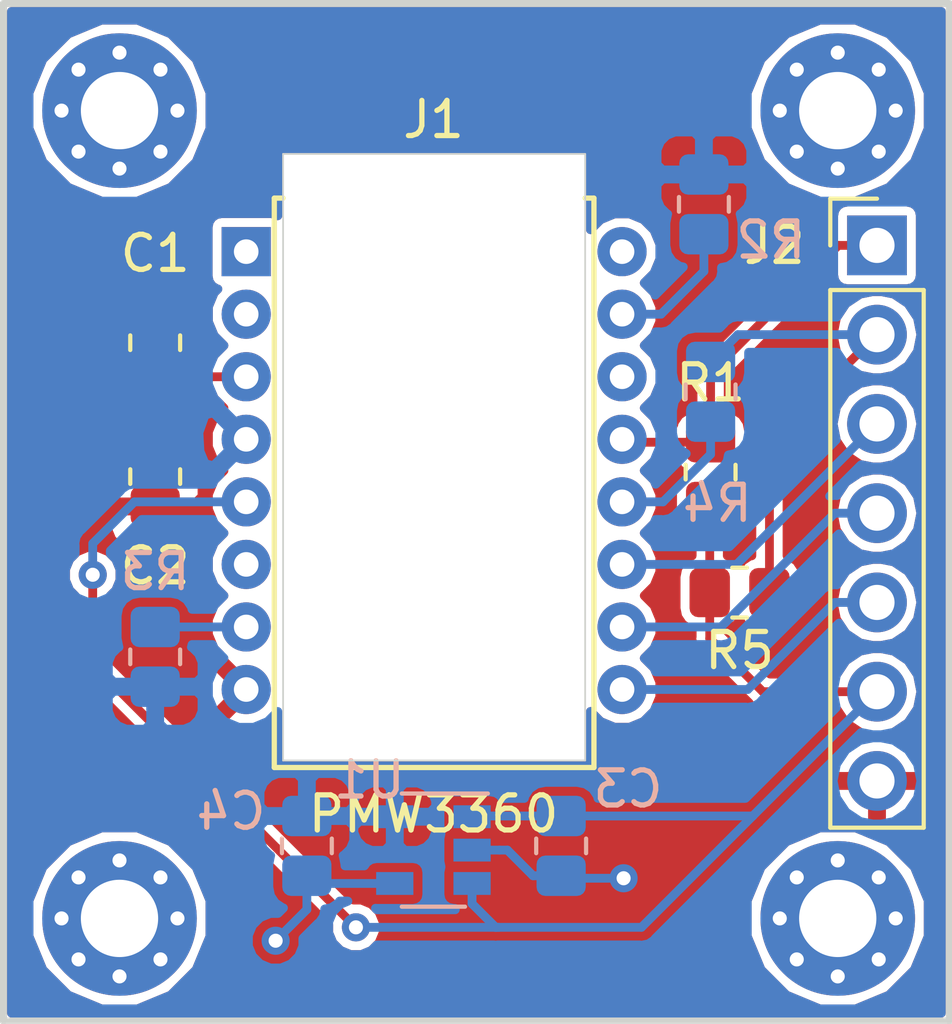
<source format=kicad_pcb>
(kicad_pcb (version 20171130) (host pcbnew "(5.0.0-rc2-171-g44c1f5785)")

  (general
    (thickness 1.6)
    (drawings 4)
    (tracks 68)
    (zones 0)
    (modules 16)
    (nets 18)
  )

  (page A4)
  (title_block
    (title PMW3360DM-T2QU)
    (date 2018-06-19)
    (rev v0.1)
  )

  (layers
    (0 F.Cu signal)
    (31 B.Cu signal)
    (32 B.Adhes user)
    (33 F.Adhes user)
    (34 B.Paste user)
    (35 F.Paste user)
    (36 B.SilkS user)
    (37 F.SilkS user)
    (38 B.Mask user)
    (39 F.Mask user)
    (40 Dwgs.User user)
    (41 Cmts.User user)
    (42 Eco1.User user hide)
    (43 Eco2.User user)
    (44 Edge.Cuts user)
    (45 Margin user)
    (46 B.CrtYd user)
    (47 F.CrtYd user)
    (48 B.Fab user hide)
    (49 F.Fab user hide)
  )

  (setup
    (last_trace_width 0.25)
    (trace_clearance 0.25)
    (zone_clearance 0.508)
    (zone_45_only no)
    (trace_min 0.2)
    (segment_width 0.2)
    (edge_width 0.15)
    (via_size 0.8)
    (via_drill 0.4)
    (via_min_size 0.4)
    (via_min_drill 0.3)
    (uvia_size 0.3)
    (uvia_drill 0.1)
    (uvias_allowed no)
    (uvia_min_size 0.2)
    (uvia_min_drill 0.1)
    (pcb_text_width 0.3)
    (pcb_text_size 1.5 1.5)
    (mod_edge_width 0.15)
    (mod_text_size 1 1)
    (mod_text_width 0.15)
    (pad_size 1.6 1.6)
    (pad_drill 0.7)
    (pad_to_mask_clearance 0.2)
    (aux_axis_origin 0 0)
    (visible_elements FFFFFF7F)
    (pcbplotparams
      (layerselection 0x010fc_ffffffff)
      (usegerberextensions false)
      (usegerberattributes false)
      (usegerberadvancedattributes false)
      (creategerberjobfile false)
      (excludeedgelayer true)
      (linewidth 0.100000)
      (plotframeref false)
      (viasonmask false)
      (mode 1)
      (useauxorigin false)
      (hpglpennumber 1)
      (hpglpenspeed 20)
      (hpglpendiameter 15.000000)
      (psnegative false)
      (psa4output false)
      (plotreference true)
      (plotvalue true)
      (plotinvisibletext false)
      (padsonsilk false)
      (subtractmaskfromsilk false)
      (outputformat 1)
      (mirror false)
      (drillshape 0)
      (scaleselection 1)
      (outputdirectory Gerber/))
  )

  (net 0 "")
  (net 1 "Net-(J1-Pad12)")
  (net 2 +3V3)
  (net 3 1.9V)
  (net 4 /LED_P)
  (net 5 /RESET)
  (net 6 /MISO)
  (net 7 /MOSI)
  (net 8 /SCLK)
  (net 9 "Net-(J1-Pad1)")
  (net 10 "Net-(J1-Pad2)")
  (net 11 "Net-(J1-Pad6)")
  (net 12 "Net-(C1-Pad1)")
  (net 13 GND)
  (net 14 /MOTION)
  (net 15 /SS)
  (net 16 "Net-(J1-Pad14)")
  (net 17 "Net-(J1-Pad16)")

  (net_class Default "This is the default net class."
    (clearance 0.25)
    (trace_width 0.25)
    (via_dia 0.8)
    (via_drill 0.4)
    (uvia_dia 0.3)
    (uvia_drill 0.1)
    (add_net +3V3)
    (add_net /LED_P)
    (add_net /MISO)
    (add_net /MOSI)
    (add_net /MOTION)
    (add_net /RESET)
    (add_net /SCLK)
    (add_net /SS)
    (add_net 1.9V)
    (add_net GND)
    (add_net "Net-(C1-Pad1)")
    (add_net "Net-(J1-Pad1)")
    (add_net "Net-(J1-Pad12)")
    (add_net "Net-(J1-Pad14)")
    (add_net "Net-(J1-Pad16)")
    (add_net "Net-(J1-Pad2)")
    (add_net "Net-(J1-Pad6)")
  )

  (module MountingHole:MountingHole_2.2mm_M2_Pad_Via (layer F.Cu) (tedit 5B290536) (tstamp 5B43D976)
    (at 139.827 72.517)
    (descr "Mounting Hole 2.2mm, M2")
    (tags "mounting hole 2.2mm m2")
    (attr virtual)
    (fp_text reference REF** (at 0 -3.2) (layer F.SilkS) hide
      (effects (font (size 1 1) (thickness 0.15)))
    )
    (fp_text value MountingHole_2.2mm_M2_Pad_Via (at 0 3.2) (layer F.Fab) hide
      (effects (font (size 1 1) (thickness 0.15)))
    )
    (fp_text user %R (at 0.3 0) (layer F.Fab)
      (effects (font (size 1 1) (thickness 0.15)))
    )
    (fp_circle (center 0 0) (end 2.2 0) (layer Cmts.User) (width 0.15))
    (fp_circle (center 0 0) (end 2.45 0) (layer F.CrtYd) (width 0.05))
    (pad 1 thru_hole circle (at 0 0) (size 4.4 4.4) (drill 2.2) (layers *.Cu *.Mask))
    (pad 1 thru_hole circle (at 1.65 0) (size 0.7 0.7) (drill 0.4) (layers *.Cu *.Mask))
    (pad 1 thru_hole circle (at 1.166726 1.166726) (size 0.7 0.7) (drill 0.4) (layers *.Cu *.Mask))
    (pad 1 thru_hole circle (at 0 1.65) (size 0.7 0.7) (drill 0.4) (layers *.Cu *.Mask))
    (pad 1 thru_hole circle (at -1.166726 1.166726) (size 0.7 0.7) (drill 0.4) (layers *.Cu *.Mask))
    (pad 1 thru_hole circle (at -1.65 0) (size 0.7 0.7) (drill 0.4) (layers *.Cu *.Mask))
    (pad 1 thru_hole circle (at -1.166726 -1.166726) (size 0.7 0.7) (drill 0.4) (layers *.Cu *.Mask))
    (pad 1 thru_hole circle (at 0 -1.65) (size 0.7 0.7) (drill 0.4) (layers *.Cu *.Mask))
    (pad 1 thru_hole circle (at 1.166726 -1.166726) (size 0.7 0.7) (drill 0.4) (layers *.Cu *.Mask))
  )

  (module MountingHole:MountingHole_2.2mm_M2_Pad_Via (layer F.Cu) (tedit 5B290536) (tstamp 5B43D948)
    (at 119.38 72.517)
    (descr "Mounting Hole 2.2mm, M2")
    (tags "mounting hole 2.2mm m2")
    (attr virtual)
    (fp_text reference REF** (at 0 -3.2) (layer F.SilkS) hide
      (effects (font (size 1 1) (thickness 0.15)))
    )
    (fp_text value MountingHole_2.2mm_M2_Pad_Via (at 0 3.2) (layer F.Fab) hide
      (effects (font (size 1 1) (thickness 0.15)))
    )
    (fp_circle (center 0 0) (end 2.45 0) (layer F.CrtYd) (width 0.05))
    (fp_circle (center 0 0) (end 2.2 0) (layer Cmts.User) (width 0.15))
    (fp_text user %R (at 0.3 0) (layer F.Fab)
      (effects (font (size 1 1) (thickness 0.15)))
    )
    (pad 1 thru_hole circle (at 1.166726 -1.166726) (size 0.7 0.7) (drill 0.4) (layers *.Cu *.Mask))
    (pad 1 thru_hole circle (at 0 -1.65) (size 0.7 0.7) (drill 0.4) (layers *.Cu *.Mask))
    (pad 1 thru_hole circle (at -1.166726 -1.166726) (size 0.7 0.7) (drill 0.4) (layers *.Cu *.Mask))
    (pad 1 thru_hole circle (at -1.65 0) (size 0.7 0.7) (drill 0.4) (layers *.Cu *.Mask))
    (pad 1 thru_hole circle (at -1.166726 1.166726) (size 0.7 0.7) (drill 0.4) (layers *.Cu *.Mask))
    (pad 1 thru_hole circle (at 0 1.65) (size 0.7 0.7) (drill 0.4) (layers *.Cu *.Mask))
    (pad 1 thru_hole circle (at 1.166726 1.166726) (size 0.7 0.7) (drill 0.4) (layers *.Cu *.Mask))
    (pad 1 thru_hole circle (at 1.65 0) (size 0.7 0.7) (drill 0.4) (layers *.Cu *.Mask))
    (pad 1 thru_hole circle (at 0 0) (size 4.4 4.4) (drill 2.2) (layers *.Cu *.Mask))
  )

  (module MountingHole:MountingHole_2.2mm_M2_Pad_Via (layer F.Cu) (tedit 5B290536) (tstamp 5B43D8EC)
    (at 119.38 49.53)
    (descr "Mounting Hole 2.2mm, M2")
    (tags "mounting hole 2.2mm m2")
    (attr virtual)
    (fp_text reference REF** (at 0 -3.2) (layer F.SilkS) hide
      (effects (font (size 1 1) (thickness 0.15)))
    )
    (fp_text value MountingHole_2.2mm_M2_Pad_Via (at 0 3.2) (layer F.Fab) hide
      (effects (font (size 1 1) (thickness 0.15)))
    )
    (fp_text user %R (at 0.3 0) (layer F.Fab)
      (effects (font (size 1 1) (thickness 0.15)))
    )
    (fp_circle (center 0 0) (end 2.2 0) (layer Cmts.User) (width 0.15))
    (fp_circle (center 0 0) (end 2.45 0) (layer F.CrtYd) (width 0.05))
    (pad 1 thru_hole circle (at 0 0) (size 4.4 4.4) (drill 2.2) (layers *.Cu *.Mask))
    (pad 1 thru_hole circle (at 1.65 0) (size 0.7 0.7) (drill 0.4) (layers *.Cu *.Mask))
    (pad 1 thru_hole circle (at 1.166726 1.166726) (size 0.7 0.7) (drill 0.4) (layers *.Cu *.Mask))
    (pad 1 thru_hole circle (at 0 1.65) (size 0.7 0.7) (drill 0.4) (layers *.Cu *.Mask))
    (pad 1 thru_hole circle (at -1.166726 1.166726) (size 0.7 0.7) (drill 0.4) (layers *.Cu *.Mask))
    (pad 1 thru_hole circle (at -1.65 0) (size 0.7 0.7) (drill 0.4) (layers *.Cu *.Mask))
    (pad 1 thru_hole circle (at -1.166726 -1.166726) (size 0.7 0.7) (drill 0.4) (layers *.Cu *.Mask))
    (pad 1 thru_hole circle (at 0 -1.65) (size 0.7 0.7) (drill 0.4) (layers *.Cu *.Mask))
    (pad 1 thru_hole circle (at 1.166726 -1.166726) (size 0.7 0.7) (drill 0.4) (layers *.Cu *.Mask))
  )

  (module Resistor_SMD:R_0805_2012Metric (layer F.Cu) (tedit 5B20DC38) (tstamp 5B43C95E)
    (at 137.033 63.246 180)
    (descr "Resistor SMD 0805 (2012 Metric), square (rectangular) end terminal, IPC_7351 nominal, (Body size source: http://www.tortai-tech.com/upload/download/2011102023233369053.pdf), generated with kicad-footprint-generator")
    (tags resistor)
    (path /5B2B7CEC)
    (attr smd)
    (fp_text reference R5 (at 0 -1.65 180) (layer F.SilkS)
      (effects (font (size 1 1) (thickness 0.15)))
    )
    (fp_text value 10K (at 0 1.65 180) (layer F.Fab)
      (effects (font (size 1 1) (thickness 0.15)))
    )
    (fp_line (start -1 0.6) (end -1 -0.6) (layer F.Fab) (width 0.1))
    (fp_line (start -1 -0.6) (end 1 -0.6) (layer F.Fab) (width 0.1))
    (fp_line (start 1 -0.6) (end 1 0.6) (layer F.Fab) (width 0.1))
    (fp_line (start 1 0.6) (end -1 0.6) (layer F.Fab) (width 0.1))
    (fp_line (start -0.207983 -0.71) (end 0.207983 -0.71) (layer F.SilkS) (width 0.12))
    (fp_line (start -0.207983 0.71) (end 0.207983 0.71) (layer F.SilkS) (width 0.12))
    (fp_line (start -1.68 0.95) (end -1.68 -0.95) (layer F.CrtYd) (width 0.05))
    (fp_line (start -1.68 -0.95) (end 1.68 -0.95) (layer F.CrtYd) (width 0.05))
    (fp_line (start 1.68 -0.95) (end 1.68 0.95) (layer F.CrtYd) (width 0.05))
    (fp_line (start 1.68 0.95) (end -1.68 0.95) (layer F.CrtYd) (width 0.05))
    (fp_text user %R (at 0 0 180) (layer F.Fab)
      (effects (font (size 0.5 0.5) (thickness 0.08)))
    )
    (pad 1 smd roundrect (at -0.85 0 180) (size 1.15 1.4) (layers F.Cu F.Paste F.Mask) (roundrect_rratio 0.217391)
      (net 6 /MISO))
    (pad 2 smd roundrect (at 0.85 0 180) (size 1.15 1.4) (layers F.Cu F.Paste F.Mask) (roundrect_rratio 0.217391)
      (net 2 +3V3))
    (model ${KISYS3DMOD}/Resistor_SMD.3dshapes/R_0805_2012Metric.wrl
      (at (xyz 0 0 0))
      (scale (xyz 1 1 1))
      (rotate (xyz 0 0 0))
    )
  )

  (module Connector_PinHeader_2.54mm:PinHeader_1x07_P2.54mm_Vertical (layer F.Cu) (tedit 59FED5CC) (tstamp 5B43DFC9)
    (at 140.9446 53.3654)
    (descr "Through hole straight pin header, 1x07, 2.54mm pitch, single row")
    (tags "Through hole pin header THT 1x07 2.54mm single row")
    (path /5B29F695)
    (fp_text reference J2 (at -2.921 0) (layer F.SilkS)
      (effects (font (size 1 1) (thickness 0.15)))
    )
    (fp_text value MCU (at 0 17.57) (layer F.Fab)
      (effects (font (size 1 1) (thickness 0.15)))
    )
    (fp_line (start -0.635 -1.27) (end 1.27 -1.27) (layer F.Fab) (width 0.1))
    (fp_line (start 1.27 -1.27) (end 1.27 16.51) (layer F.Fab) (width 0.1))
    (fp_line (start 1.27 16.51) (end -1.27 16.51) (layer F.Fab) (width 0.1))
    (fp_line (start -1.27 16.51) (end -1.27 -0.635) (layer F.Fab) (width 0.1))
    (fp_line (start -1.27 -0.635) (end -0.635 -1.27) (layer F.Fab) (width 0.1))
    (fp_line (start -1.33 16.57) (end 1.33 16.57) (layer F.SilkS) (width 0.12))
    (fp_line (start -1.33 1.27) (end -1.33 16.57) (layer F.SilkS) (width 0.12))
    (fp_line (start 1.33 1.27) (end 1.33 16.57) (layer F.SilkS) (width 0.12))
    (fp_line (start -1.33 1.27) (end 1.33 1.27) (layer F.SilkS) (width 0.12))
    (fp_line (start -1.33 0) (end -1.33 -1.33) (layer F.SilkS) (width 0.12))
    (fp_line (start -1.33 -1.33) (end 0 -1.33) (layer F.SilkS) (width 0.12))
    (fp_line (start -1.8 -1.8) (end -1.8 17.05) (layer F.CrtYd) (width 0.05))
    (fp_line (start -1.8 17.05) (end 1.8 17.05) (layer F.CrtYd) (width 0.05))
    (fp_line (start 1.8 17.05) (end 1.8 -1.8) (layer F.CrtYd) (width 0.05))
    (fp_line (start 1.8 -1.8) (end -1.8 -1.8) (layer F.CrtYd) (width 0.05))
    (fp_text user %R (at 0 7.62 90) (layer F.Fab)
      (effects (font (size 1 1) (thickness 0.15)))
    )
    (pad 1 thru_hole rect (at 0 0) (size 1.7 1.7) (drill 1) (layers *.Cu *.Mask)
      (net 15 /SS))
    (pad 2 thru_hole oval (at 0 2.54) (size 1.7 1.7) (drill 1) (layers *.Cu *.Mask)
      (net 6 /MISO))
    (pad 3 thru_hole oval (at 0 5.08) (size 1.7 1.7) (drill 1) (layers *.Cu *.Mask)
      (net 7 /MOSI))
    (pad 4 thru_hole oval (at 0 7.62) (size 1.7 1.7) (drill 1) (layers *.Cu *.Mask)
      (net 8 /SCLK))
    (pad 5 thru_hole oval (at 0 10.16) (size 1.7 1.7) (drill 1) (layers *.Cu *.Mask)
      (net 14 /MOTION))
    (pad 6 thru_hole oval (at 0 12.7) (size 1.7 1.7) (drill 1) (layers *.Cu *.Mask)
      (net 2 +3V3))
    (pad 7 thru_hole oval (at 0 15.24) (size 1.7 1.7) (drill 1) (layers *.Cu *.Mask)
      (net 13 GND))
    (model ${KISYS3DMOD}/Connector_PinHeader_2.54mm.3dshapes/PinHeader_1x07_P2.54mm_Vertical.wrl
      (at (xyz 0 0 0))
      (scale (xyz 1 1 1))
      (rotate (xyz 0 0 0))
    )
  )

  (module Capacitor_SMD:C_0805_2012Metric (layer B.Cu) (tedit 5B20DC38) (tstamp 5B43BBA5)
    (at 124.714 70.453 270)
    (descr "Capacitor SMD 0805 (2012 Metric), square (rectangular) end terminal, IPC_7351 nominal, (Body size source: http://www.tortai-tech.com/upload/download/2011102023233369053.pdf), generated with kicad-footprint-generator")
    (tags capacitor)
    (path /5B2921A9)
    (attr smd)
    (fp_text reference C4 (at -0.984 2.159) (layer B.SilkS)
      (effects (font (size 1 1) (thickness 0.15)) (justify mirror))
    )
    (fp_text value 1uF (at 0 -1.65 270) (layer B.Fab)
      (effects (font (size 1 1) (thickness 0.15)) (justify mirror))
    )
    (fp_text user %R (at 0 0 270) (layer B.Fab)
      (effects (font (size 0.5 0.5) (thickness 0.08)) (justify mirror))
    )
    (fp_line (start 1.68 -0.95) (end -1.68 -0.95) (layer B.CrtYd) (width 0.05))
    (fp_line (start 1.68 0.95) (end 1.68 -0.95) (layer B.CrtYd) (width 0.05))
    (fp_line (start -1.68 0.95) (end 1.68 0.95) (layer B.CrtYd) (width 0.05))
    (fp_line (start -1.68 -0.95) (end -1.68 0.95) (layer B.CrtYd) (width 0.05))
    (fp_line (start -0.207983 -0.71) (end 0.207983 -0.71) (layer B.SilkS) (width 0.12))
    (fp_line (start -0.207983 0.71) (end 0.207983 0.71) (layer B.SilkS) (width 0.12))
    (fp_line (start 1 -0.6) (end -1 -0.6) (layer B.Fab) (width 0.1))
    (fp_line (start 1 0.6) (end 1 -0.6) (layer B.Fab) (width 0.1))
    (fp_line (start -1 0.6) (end 1 0.6) (layer B.Fab) (width 0.1))
    (fp_line (start -1 -0.6) (end -1 0.6) (layer B.Fab) (width 0.1))
    (pad 2 smd roundrect (at 0.85 0 270) (size 1.15 1.4) (layers B.Cu B.Paste B.Mask) (roundrect_rratio 0.217391)
      (net 13 GND))
    (pad 1 smd roundrect (at -0.85 0 270) (size 1.15 1.4) (layers B.Cu B.Paste B.Mask) (roundrect_rratio 0.217391)
      (net 3 1.9V))
    (model ${KISYS3DMOD}/Capacitor_SMD.3dshapes/C_0805_2012Metric.wrl
      (at (xyz 0 0 0))
      (scale (xyz 1 1 1))
      (rotate (xyz 0 0 0))
    )
  )

  (module Capacitor_SMD:C_0805_2012Metric (layer B.Cu) (tedit 5B20DC38) (tstamp 5B439557)
    (at 131.953 70.453 270)
    (descr "Capacitor SMD 0805 (2012 Metric), square (rectangular) end terminal, IPC_7351 nominal, (Body size source: http://www.tortai-tech.com/upload/download/2011102023233369053.pdf), generated with kicad-footprint-generator")
    (tags capacitor)
    (path /5B296103)
    (attr smd)
    (fp_text reference C3 (at -1.619 -1.905 180) (layer B.SilkS)
      (effects (font (size 1 1) (thickness 0.15)) (justify mirror))
    )
    (fp_text value 1uF (at 0 -1.65 270) (layer B.Fab)
      (effects (font (size 1 1) (thickness 0.15)) (justify mirror))
    )
    (fp_line (start -1 -0.6) (end -1 0.6) (layer B.Fab) (width 0.1))
    (fp_line (start -1 0.6) (end 1 0.6) (layer B.Fab) (width 0.1))
    (fp_line (start 1 0.6) (end 1 -0.6) (layer B.Fab) (width 0.1))
    (fp_line (start 1 -0.6) (end -1 -0.6) (layer B.Fab) (width 0.1))
    (fp_line (start -0.207983 0.71) (end 0.207983 0.71) (layer B.SilkS) (width 0.12))
    (fp_line (start -0.207983 -0.71) (end 0.207983 -0.71) (layer B.SilkS) (width 0.12))
    (fp_line (start -1.68 -0.95) (end -1.68 0.95) (layer B.CrtYd) (width 0.05))
    (fp_line (start -1.68 0.95) (end 1.68 0.95) (layer B.CrtYd) (width 0.05))
    (fp_line (start 1.68 0.95) (end 1.68 -0.95) (layer B.CrtYd) (width 0.05))
    (fp_line (start 1.68 -0.95) (end -1.68 -0.95) (layer B.CrtYd) (width 0.05))
    (fp_text user %R (at 0 0 270) (layer B.Fab)
      (effects (font (size 0.5 0.5) (thickness 0.08)) (justify mirror))
    )
    (pad 1 smd roundrect (at -0.85 0 270) (size 1.15 1.4) (layers B.Cu B.Paste B.Mask) (roundrect_rratio 0.217391)
      (net 2 +3V3))
    (pad 2 smd roundrect (at 0.85 0 270) (size 1.15 1.4) (layers B.Cu B.Paste B.Mask) (roundrect_rratio 0.217391)
      (net 13 GND))
    (model ${KISYS3DMOD}/Capacitor_SMD.3dshapes/C_0805_2012Metric.wrl
      (at (xyz 0 0 0))
      (scale (xyz 1 1 1))
      (rotate (xyz 0 0 0))
    )
  )

  (module Package_TO_SOT_SMD:SOT-23-5 (layer B.Cu) (tedit 5A02FF57) (tstamp 5B438D20)
    (at 128.316356 70.573 180)
    (descr "5-pin SOT23 package")
    (tags SOT-23-5)
    (path /5B29177C)
    (attr smd)
    (fp_text reference U1 (at 1.824356 1.993 180) (layer B.SilkS)
      (effects (font (size 1 1) (thickness 0.15)) (justify mirror))
    )
    (fp_text value TLV70019_SOT23-5 (at 0 -2.9 180) (layer B.Fab)
      (effects (font (size 1 1) (thickness 0.15)) (justify mirror))
    )
    (fp_text user %R (at 0 1.326501 90) (layer B.Fab)
      (effects (font (size 0.5 0.5) (thickness 0.075)) (justify mirror))
    )
    (fp_line (start -0.9 -1.61) (end 0.9 -1.61) (layer B.SilkS) (width 0.12))
    (fp_line (start 0.9 1.61) (end -1.55 1.61) (layer B.SilkS) (width 0.12))
    (fp_line (start -1.9 1.8) (end 1.9 1.8) (layer B.CrtYd) (width 0.05))
    (fp_line (start 1.9 1.8) (end 1.9 -1.8) (layer B.CrtYd) (width 0.05))
    (fp_line (start 1.9 -1.8) (end -1.9 -1.8) (layer B.CrtYd) (width 0.05))
    (fp_line (start -1.9 -1.8) (end -1.9 1.8) (layer B.CrtYd) (width 0.05))
    (fp_line (start -0.9 0.9) (end -0.25 1.55) (layer B.Fab) (width 0.1))
    (fp_line (start 0.9 1.55) (end -0.25 1.55) (layer B.Fab) (width 0.1))
    (fp_line (start -0.9 0.9) (end -0.9 -1.55) (layer B.Fab) (width 0.1))
    (fp_line (start 0.9 -1.55) (end -0.9 -1.55) (layer B.Fab) (width 0.1))
    (fp_line (start 0.9 1.55) (end 0.9 -1.55) (layer B.Fab) (width 0.1))
    (pad 1 smd rect (at -1.1 0.95 180) (size 1.06 0.65) (layers B.Cu B.Paste B.Mask)
      (net 2 +3V3))
    (pad 2 smd rect (at -1.1 0 180) (size 1.06 0.65) (layers B.Cu B.Paste B.Mask)
      (net 13 GND))
    (pad 3 smd rect (at -1.1 -0.95 180) (size 1.06 0.65) (layers B.Cu B.Paste B.Mask)
      (net 2 +3V3))
    (pad 4 smd rect (at 1.1 -0.95 180) (size 1.06 0.65) (layers B.Cu B.Paste B.Mask)
      (net 13 GND))
    (pad 5 smd rect (at 1.1 0.95 180) (size 1.06 0.65) (layers B.Cu B.Paste B.Mask)
      (net 3 1.9V))
    (model ${KISYS3DMOD}/Package_TO_SOT_SMD.3dshapes/SOT-23-5.wrl
      (at (xyz 0 0 0))
      (scale (xyz 1 1 1))
      (rotate (xyz 0 0 0))
    )
  )

  (module Pixart:PMW3360DM-T2QU (layer F.Cu) (tedit 5B290D18) (tstamp 5B373686)
    (at 122.2248 50.4952)
    (tags "DIP 18 Pixart PMW3360 PMW3360DM-T2QU optical mouse sensor")
    (path /5ADEF033)
    (fp_text reference J1 (at 6.096 -0.7112 180) (layer F.SilkS)
      (effects (font (size 1 1) (thickness 0.15)))
    )
    (fp_text value PMW3360 (at 6.096 19.05 180) (layer F.SilkS)
      (effects (font (size 1 1) (thickness 0.15)))
    )
    (fp_text user %R (at 6.096 8.9495 180) (layer F.Fab)
      (effects (font (size 1 1) (thickness 0.15)))
    )
    (fp_line (start 10.412 0.268) (end 10.412 17.528) (layer Edge.Cuts) (width 0.05))
    (fp_line (start 1.812 0.268) (end 1.812 17.528) (layer Edge.Cuts) (width 0.05))
    (fp_line (start 10.412 17.528) (end 1.812 17.528) (layer Edge.Cuts) (width 0.05))
    (fp_line (start 10.412 0.268) (end 1.812 0.268) (layer Edge.Cuts) (width 0.05))
    (fp_line (start 10.412 0.268) (end 10.412 17.528) (layer Eco1.User) (width 0.05))
    (fp_line (start 1.812 0.268) (end 1.812 17.528) (layer Eco1.User) (width 0.05))
    (fp_line (start 10.412 17.528) (end 1.812 17.528) (layer Eco1.User) (width 0.05))
    (fp_line (start 10.412 0.268) (end 1.812 0.268) (layer Eco1.User) (width 0.05))
    (fp_line (start 1.562 3.014) (end 1.562 17.728) (layer F.Fab) (width 0.1))
    (fp_line (start 10.662 1.528) (end 10.662 17.728) (layer F.Fab) (width 0.1))
    (fp_line (start 10.662 1.528) (end 3.048 1.528) (layer F.Fab) (width 0.1))
    (fp_line (start 10.662 17.728) (end 1.562 17.728) (layer F.Fab) (width 0.1))
    (fp_line (start 12.192 18.034) (end 0 18.034) (layer F.CrtYd) (width 0.05))
    (fp_line (start 0 18.034) (end 0 0) (layer F.CrtYd) (width 0.05))
    (fp_line (start 0 0) (end 12.192 0) (layer F.CrtYd) (width 0.05))
    (fp_line (start 12.192 0) (end 12.192 18.034) (layer F.CrtYd) (width 0.05))
    (fp_line (start 10.662 17.728) (end 1.562 17.728) (layer F.SilkS) (width 0.15))
    (fp_line (start 1.562 17.728) (end 1.562 1.528) (layer F.SilkS) (width 0.15))
    (fp_line (start 1.562 1.524) (end 1.812 1.524) (layer F.SilkS) (width 0.15))
    (fp_line (start 10.412 1.524) (end 10.662 1.524) (layer F.SilkS) (width 0.15))
    (fp_line (start 10.662 1.528) (end 10.662 17.728) (layer F.SilkS) (width 0.15))
    (fp_line (start 3.048 1.528) (end 1.562 3.014) (layer F.Fab) (width 0.1))
    (pad 9 thru_hole circle (at 11.462 15.508 180) (size 1.4 1.4) (drill 0.7) (layers *.Cu *.Mask)
      (net 14 /MOTION))
    (pad 1 thru_hole rect (at 0.762 3.048 180) (size 1.4 1.4) (drill 0.7) (layers *.Cu *.Mask)
      (net 9 "Net-(J1-Pad1)"))
    (pad 10 thru_hole circle (at 11.462 13.728 180) (size 1.4 1.4) (drill 0.7) (layers *.Cu *.Mask)
      (net 8 /SCLK))
    (pad 2 thru_hole circle (at 0.762 4.828 180) (size 1.4 1.4) (drill 0.7) (layers *.Cu *.Mask)
      (net 10 "Net-(J1-Pad2)"))
    (pad 11 thru_hole circle (at 11.462 11.948 180) (size 1.4 1.4) (drill 0.7) (layers *.Cu *.Mask)
      (net 7 /MOSI))
    (pad 3 thru_hole circle (at 0.762 6.608 180) (size 1.4 1.4) (drill 0.7) (layers *.Cu *.Mask)
      (net 12 "Net-(C1-Pad1)"))
    (pad 12 thru_hole circle (at 11.462 10.168 180) (size 1.4 1.4) (drill 0.7) (layers *.Cu *.Mask)
      (net 1 "Net-(J1-Pad12)"))
    (pad 4 thru_hole circle (at 0.762 8.388 180) (size 1.4 1.4) (drill 0.7) (layers *.Cu *.Mask)
      (net 3 1.9V))
    (pad 13 thru_hole circle (at 11.462 8.388 180) (size 1.4 1.4) (drill 0.7) (layers *.Cu *.Mask)
      (net 15 /SS))
    (pad 5 thru_hole circle (at 0.762 10.168 180) (size 1.4 1.4) (drill 0.7) (layers *.Cu *.Mask)
      (net 2 +3V3))
    (pad 14 thru_hole circle (at 11.462 6.608 180) (size 1.4 1.4) (drill 0.7) (layers *.Cu *.Mask)
      (net 16 "Net-(J1-Pad14)"))
    (pad 6 thru_hole circle (at 0.762 11.948 180) (size 1.4 1.4) (drill 0.7) (layers *.Cu *.Mask)
      (net 11 "Net-(J1-Pad6)"))
    (pad 15 thru_hole circle (at 11.462 4.828 180) (size 1.4 1.4) (drill 0.7) (layers *.Cu *.Mask)
      (net 4 /LED_P))
    (pad 7 thru_hole circle (at 0.762 13.728 180) (size 1.4 1.4) (drill 0.7) (layers *.Cu *.Mask)
      (net 5 /RESET))
    (pad 16 thru_hole circle (at 11.462 3.048 180) (size 1.4 1.4) (drill 0.7) (layers *.Cu *.Mask)
      (net 17 "Net-(J1-Pad16)"))
    (pad 8 thru_hole circle (at 0.762 15.508 180) (size 1.4 1.4) (drill 0.7) (layers *.Cu *.Mask)
      (net 13 GND))
  )

  (module Capacitor_SMD:C_0805_2012Metric (layer F.Cu) (tedit 5B20DC38) (tstamp 5B43B365)
    (at 120.396 59.944 270)
    (descr "Capacitor SMD 0805 (2012 Metric), square (rectangular) end terminal, IPC_7351 nominal, (Body size source: http://www.tortai-tech.com/upload/download/2011102023233369053.pdf), generated with kicad-footprint-generator")
    (tags capacitor)
    (path /5ADEF297)
    (attr smd)
    (fp_text reference C2 (at 2.54 0 180) (layer F.SilkS)
      (effects (font (size 1 1) (thickness 0.15)))
    )
    (fp_text value 0.1uF (at 0 1.65 270) (layer F.Fab)
      (effects (font (size 1 1) (thickness 0.15)))
    )
    (fp_text user %R (at 0 0 270) (layer F.Fab)
      (effects (font (size 0.5 0.5) (thickness 0.08)))
    )
    (fp_line (start 1.68 0.95) (end -1.68 0.95) (layer F.CrtYd) (width 0.05))
    (fp_line (start 1.68 -0.95) (end 1.68 0.95) (layer F.CrtYd) (width 0.05))
    (fp_line (start -1.68 -0.95) (end 1.68 -0.95) (layer F.CrtYd) (width 0.05))
    (fp_line (start -1.68 0.95) (end -1.68 -0.95) (layer F.CrtYd) (width 0.05))
    (fp_line (start -0.207983 0.71) (end 0.207983 0.71) (layer F.SilkS) (width 0.12))
    (fp_line (start -0.207983 -0.71) (end 0.207983 -0.71) (layer F.SilkS) (width 0.12))
    (fp_line (start 1 0.6) (end -1 0.6) (layer F.Fab) (width 0.1))
    (fp_line (start 1 -0.6) (end 1 0.6) (layer F.Fab) (width 0.1))
    (fp_line (start -1 -0.6) (end 1 -0.6) (layer F.Fab) (width 0.1))
    (fp_line (start -1 0.6) (end -1 -0.6) (layer F.Fab) (width 0.1))
    (pad 2 smd roundrect (at 0.85 0 270) (size 1.15 1.4) (layers F.Cu F.Paste F.Mask) (roundrect_rratio 0.217391)
      (net 13 GND))
    (pad 1 smd roundrect (at -0.85 0 270) (size 1.15 1.4) (layers F.Cu F.Paste F.Mask) (roundrect_rratio 0.217391)
      (net 12 "Net-(C1-Pad1)"))
    (model ${KISYS3DMOD}/Capacitor_SMD.3dshapes/C_0805_2012Metric.wrl
      (at (xyz 0 0 0))
      (scale (xyz 1 1 1))
      (rotate (xyz 0 0 0))
    )
  )

  (module Capacitor_SMD:C_0805_2012Metric (layer F.Cu) (tedit 5B20DC38) (tstamp 5B3742D2)
    (at 120.396 56.134 90)
    (descr "Capacitor SMD 0805 (2012 Metric), square (rectangular) end terminal, IPC_7351 nominal, (Body size source: http://www.tortai-tech.com/upload/download/2011102023233369053.pdf), generated with kicad-footprint-generator")
    (tags capacitor)
    (path /5ADEF24C)
    (attr smd)
    (fp_text reference C1 (at 2.54 0) (layer F.SilkS)
      (effects (font (size 1 1) (thickness 0.15)))
    )
    (fp_text value 4.7uF/10V (at 0 1.65 90) (layer F.Fab)
      (effects (font (size 1 1) (thickness 0.15)))
    )
    (fp_line (start -1 0.6) (end -1 -0.6) (layer F.Fab) (width 0.1))
    (fp_line (start -1 -0.6) (end 1 -0.6) (layer F.Fab) (width 0.1))
    (fp_line (start 1 -0.6) (end 1 0.6) (layer F.Fab) (width 0.1))
    (fp_line (start 1 0.6) (end -1 0.6) (layer F.Fab) (width 0.1))
    (fp_line (start -0.207983 -0.71) (end 0.207983 -0.71) (layer F.SilkS) (width 0.12))
    (fp_line (start -0.207983 0.71) (end 0.207983 0.71) (layer F.SilkS) (width 0.12))
    (fp_line (start -1.68 0.95) (end -1.68 -0.95) (layer F.CrtYd) (width 0.05))
    (fp_line (start -1.68 -0.95) (end 1.68 -0.95) (layer F.CrtYd) (width 0.05))
    (fp_line (start 1.68 -0.95) (end 1.68 0.95) (layer F.CrtYd) (width 0.05))
    (fp_line (start 1.68 0.95) (end -1.68 0.95) (layer F.CrtYd) (width 0.05))
    (fp_text user %R (at 0 0 90) (layer F.Fab)
      (effects (font (size 0.5 0.5) (thickness 0.08)))
    )
    (pad 1 smd roundrect (at -0.85 0 90) (size 1.15 1.4) (layers F.Cu F.Paste F.Mask) (roundrect_rratio 0.217391)
      (net 12 "Net-(C1-Pad1)"))
    (pad 2 smd roundrect (at 0.85 0 90) (size 1.15 1.4) (layers F.Cu F.Paste F.Mask) (roundrect_rratio 0.217391)
      (net 13 GND))
    (model ${KISYS3DMOD}/Capacitor_SMD.3dshapes/C_0805_2012Metric.wrl
      (at (xyz 0 0 0))
      (scale (xyz 1 1 1))
      (rotate (xyz 0 0 0))
    )
  )

  (module Resistor_SMD:R_0805_2012Metric (layer B.Cu) (tedit 5B20DC38) (tstamp 5B43C23C)
    (at 136.2075 57.531 90)
    (descr "Resistor SMD 0805 (2012 Metric), square (rectangular) end terminal, IPC_7351 nominal, (Body size source: http://www.tortai-tech.com/upload/download/2011102023233369053.pdf), generated with kicad-footprint-generator")
    (tags resistor)
    (path /5B16A64F)
    (attr smd)
    (fp_text reference R4 (at -3.175 0.1905 -180) (layer B.SilkS)
      (effects (font (size 1 1) (thickness 0.15)) (justify mirror))
    )
    (fp_text value 130 (at 0 -1.65 90) (layer B.Fab)
      (effects (font (size 1 1) (thickness 0.15)) (justify mirror))
    )
    (fp_text user %R (at 0 0.035 90) (layer B.Fab)
      (effects (font (size 0.5 0.5) (thickness 0.08)) (justify mirror))
    )
    (fp_line (start 1.68 -0.95) (end -1.68 -0.95) (layer B.CrtYd) (width 0.05))
    (fp_line (start 1.68 0.95) (end 1.68 -0.95) (layer B.CrtYd) (width 0.05))
    (fp_line (start -1.68 0.95) (end 1.68 0.95) (layer B.CrtYd) (width 0.05))
    (fp_line (start -1.68 -0.95) (end -1.68 0.95) (layer B.CrtYd) (width 0.05))
    (fp_line (start -0.207983 -0.71) (end 0.207983 -0.71) (layer B.SilkS) (width 0.12))
    (fp_line (start -0.207983 0.71) (end 0.207983 0.71) (layer B.SilkS) (width 0.12))
    (fp_line (start 1 -0.6) (end -1 -0.6) (layer B.Fab) (width 0.1))
    (fp_line (start 1 0.6) (end 1 -0.6) (layer B.Fab) (width 0.1))
    (fp_line (start -1 0.6) (end 1 0.6) (layer B.Fab) (width 0.1))
    (fp_line (start -1 -0.6) (end -1 0.6) (layer B.Fab) (width 0.1))
    (pad 2 smd roundrect (at 0.85 0 90) (size 1.15 1.4) (layers B.Cu B.Paste B.Mask) (roundrect_rratio 0.217391)
      (net 6 /MISO))
    (pad 1 smd roundrect (at -0.85 0 90) (size 1.15 1.4) (layers B.Cu B.Paste B.Mask) (roundrect_rratio 0.217391)
      (net 1 "Net-(J1-Pad12)"))
    (model ${KISYS3DMOD}/Resistor_SMD.3dshapes/R_0805_2012Metric.wrl
      (at (xyz 0 0 0))
      (scale (xyz 1 1 1))
      (rotate (xyz 0 0 0))
    )
  )

  (module Resistor_SMD:R_0805_2012Metric (layer B.Cu) (tedit 5B20DC38) (tstamp 5B43BAA8)
    (at 120.396 65.0732 90)
    (descr "Resistor SMD 0805 (2012 Metric), square (rectangular) end terminal, IPC_7351 nominal, (Body size source: http://www.tortai-tech.com/upload/download/2011102023233369053.pdf), generated with kicad-footprint-generator")
    (tags resistor)
    (path /5B166EA5)
    (attr smd)
    (fp_text reference R3 (at 2.4248 0) (layer B.SilkS)
      (effects (font (size 1 1) (thickness 0.15)) (justify mirror))
    )
    (fp_text value 10K (at 0 -1.65 90) (layer B.Fab)
      (effects (font (size 1 1) (thickness 0.15)) (justify mirror))
    )
    (fp_line (start -1 -0.6) (end -1 0.6) (layer B.Fab) (width 0.1))
    (fp_line (start -1 0.6) (end 1 0.6) (layer B.Fab) (width 0.1))
    (fp_line (start 1 0.6) (end 1 -0.6) (layer B.Fab) (width 0.1))
    (fp_line (start 1 -0.6) (end -1 -0.6) (layer B.Fab) (width 0.1))
    (fp_line (start -0.207983 0.71) (end 0.207983 0.71) (layer B.SilkS) (width 0.12))
    (fp_line (start -0.207983 -0.71) (end 0.207983 -0.71) (layer B.SilkS) (width 0.12))
    (fp_line (start -1.68 -0.95) (end -1.68 0.95) (layer B.CrtYd) (width 0.05))
    (fp_line (start -1.68 0.95) (end 1.68 0.95) (layer B.CrtYd) (width 0.05))
    (fp_line (start 1.68 0.95) (end 1.68 -0.95) (layer B.CrtYd) (width 0.05))
    (fp_line (start 1.68 -0.95) (end -1.68 -0.95) (layer B.CrtYd) (width 0.05))
    (fp_text user %R (at 0 0 90) (layer B.Fab)
      (effects (font (size 0.5 0.5) (thickness 0.08)) (justify mirror))
    )
    (pad 1 smd roundrect (at -0.85 0 90) (size 1.15 1.4) (layers B.Cu B.Paste B.Mask) (roundrect_rratio 0.217391)
      (net 3 1.9V))
    (pad 2 smd roundrect (at 0.85 0 90) (size 1.15 1.4) (layers B.Cu B.Paste B.Mask) (roundrect_rratio 0.217391)
      (net 5 /RESET))
    (model ${KISYS3DMOD}/Resistor_SMD.3dshapes/R_0805_2012Metric.wrl
      (at (xyz 0 0 0))
      (scale (xyz 1 1 1))
      (rotate (xyz 0 0 0))
    )
  )

  (module Resistor_SMD:R_0805_2012Metric (layer B.Cu) (tedit 5B20DC38) (tstamp 5B43C40B)
    (at 136.017 52.197 90)
    (descr "Resistor SMD 0805 (2012 Metric), square (rectangular) end terminal, IPC_7351 nominal, (Body size source: http://www.tortai-tech.com/upload/download/2011102023233369053.pdf), generated with kicad-footprint-generator")
    (tags resistor)
    (path /5ADEF796)
    (attr smd)
    (fp_text reference R2 (at -1.016 1.905 180) (layer B.SilkS)
      (effects (font (size 1 1) (thickness 0.15)) (justify mirror))
    )
    (fp_text value 39 (at 0 -1.65 90) (layer B.Fab)
      (effects (font (size 1 1) (thickness 0.15)) (justify mirror))
    )
    (fp_text user %R (at 0 0 90) (layer B.Fab)
      (effects (font (size 0.5 0.5) (thickness 0.08)) (justify mirror))
    )
    (fp_line (start 1.68 -0.95) (end -1.68 -0.95) (layer B.CrtYd) (width 0.05))
    (fp_line (start 1.68 0.95) (end 1.68 -0.95) (layer B.CrtYd) (width 0.05))
    (fp_line (start -1.68 0.95) (end 1.68 0.95) (layer B.CrtYd) (width 0.05))
    (fp_line (start -1.68 -0.95) (end -1.68 0.95) (layer B.CrtYd) (width 0.05))
    (fp_line (start -0.207983 -0.71) (end 0.207983 -0.71) (layer B.SilkS) (width 0.12))
    (fp_line (start -0.207983 0.71) (end 0.207983 0.71) (layer B.SilkS) (width 0.12))
    (fp_line (start 1 -0.6) (end -1 -0.6) (layer B.Fab) (width 0.1))
    (fp_line (start 1 0.6) (end 1 -0.6) (layer B.Fab) (width 0.1))
    (fp_line (start -1 0.6) (end 1 0.6) (layer B.Fab) (width 0.1))
    (fp_line (start -1 -0.6) (end -1 0.6) (layer B.Fab) (width 0.1))
    (pad 2 smd roundrect (at 0.85 0 90) (size 1.15 1.4) (layers B.Cu B.Paste B.Mask) (roundrect_rratio 0.217391)
      (net 3 1.9V))
    (pad 1 smd roundrect (at -0.85 0 90) (size 1.15 1.4) (layers B.Cu B.Paste B.Mask) (roundrect_rratio 0.217391)
      (net 4 /LED_P))
    (model ${KISYS3DMOD}/Resistor_SMD.3dshapes/R_0805_2012Metric.wrl
      (at (xyz 0 0 0))
      (scale (xyz 1 1 1))
      (rotate (xyz 0 0 0))
    )
  )

  (module Resistor_SMD:R_0805_2012Metric (layer F.Cu) (tedit 5B20DC38) (tstamp 5B290BFB)
    (at 136.2075 59.817 270)
    (descr "Resistor SMD 0805 (2012 Metric), square (rectangular) end terminal, IPC_7351 nominal, (Body size source: http://www.tortai-tech.com/upload/download/2011102023233369053.pdf), generated with kicad-footprint-generator")
    (tags resistor)
    (path /5B2A9820)
    (attr smd)
    (fp_text reference R1 (at -2.54 0) (layer F.SilkS)
      (effects (font (size 1 1) (thickness 0.15)))
    )
    (fp_text value 10K (at 0 1.65 270) (layer F.Fab)
      (effects (font (size 1 1) (thickness 0.15)))
    )
    (fp_line (start -1 0.6) (end -1 -0.6) (layer F.Fab) (width 0.1))
    (fp_line (start -1 -0.6) (end 1 -0.6) (layer F.Fab) (width 0.1))
    (fp_line (start 1 -0.6) (end 1 0.6) (layer F.Fab) (width 0.1))
    (fp_line (start 1 0.6) (end -1 0.6) (layer F.Fab) (width 0.1))
    (fp_line (start -0.207983 -0.71) (end 0.207983 -0.71) (layer F.SilkS) (width 0.12))
    (fp_line (start -0.207983 0.71) (end 0.207983 0.71) (layer F.SilkS) (width 0.12))
    (fp_line (start -1.68 0.95) (end -1.68 -0.95) (layer F.CrtYd) (width 0.05))
    (fp_line (start -1.68 -0.95) (end 1.68 -0.95) (layer F.CrtYd) (width 0.05))
    (fp_line (start 1.68 -0.95) (end 1.68 0.95) (layer F.CrtYd) (width 0.05))
    (fp_line (start 1.68 0.95) (end -1.68 0.95) (layer F.CrtYd) (width 0.05))
    (fp_text user %R (at 0 0 270) (layer F.Fab)
      (effects (font (size 0.5 0.5) (thickness 0.08)))
    )
    (pad 1 smd roundrect (at -0.85 0 270) (size 1.15 1.4) (layers F.Cu F.Paste F.Mask) (roundrect_rratio 0.217391)
      (net 15 /SS))
    (pad 2 smd roundrect (at 0.85 0 270) (size 1.15 1.4) (layers F.Cu F.Paste F.Mask) (roundrect_rratio 0.217391)
      (net 2 +3V3))
    (model ${KISYS3DMOD}/Resistor_SMD.3dshapes/R_0805_2012Metric.wrl
      (at (xyz 0 0 0))
      (scale (xyz 1 1 1))
      (rotate (xyz 0 0 0))
    )
  )

  (module MountingHole:MountingHole_2.2mm_M2_Pad_Via (layer F.Cu) (tedit 5B290536) (tstamp 5B43D8A2)
    (at 139.827 49.53)
    (descr "Mounting Hole 2.2mm, M2")
    (tags "mounting hole 2.2mm m2")
    (attr virtual)
    (fp_text reference REF** (at 0 -3.2) (layer F.SilkS) hide
      (effects (font (size 1 1) (thickness 0.15)))
    )
    (fp_text value MountingHole_2.2mm_M2_Pad_Via (at 0 3.2) (layer F.Fab) hide
      (effects (font (size 1 1) (thickness 0.15)))
    )
    (fp_circle (center 0 0) (end 2.45 0) (layer F.CrtYd) (width 0.05))
    (fp_circle (center 0 0) (end 2.2 0) (layer Cmts.User) (width 0.15))
    (fp_text user %R (at 0.3 0) (layer F.Fab)
      (effects (font (size 1 1) (thickness 0.15)))
    )
    (pad 1 thru_hole circle (at 1.166726 -1.166726) (size 0.7 0.7) (drill 0.4) (layers *.Cu *.Mask))
    (pad 1 thru_hole circle (at 0 -1.65) (size 0.7 0.7) (drill 0.4) (layers *.Cu *.Mask))
    (pad 1 thru_hole circle (at -1.166726 -1.166726) (size 0.7 0.7) (drill 0.4) (layers *.Cu *.Mask))
    (pad 1 thru_hole circle (at -1.65 0) (size 0.7 0.7) (drill 0.4) (layers *.Cu *.Mask))
    (pad 1 thru_hole circle (at -1.166726 1.166726) (size 0.7 0.7) (drill 0.4) (layers *.Cu *.Mask))
    (pad 1 thru_hole circle (at 0 1.65) (size 0.7 0.7) (drill 0.4) (layers *.Cu *.Mask))
    (pad 1 thru_hole circle (at 1.166726 1.166726) (size 0.7 0.7) (drill 0.4) (layers *.Cu *.Mask))
    (pad 1 thru_hole circle (at 1.65 0) (size 0.7 0.7) (drill 0.4) (layers *.Cu *.Mask))
    (pad 1 thru_hole circle (at 0 0) (size 4.4 4.4) (drill 2.2) (layers *.Cu *.Mask))
  )

  (gr_line (start 143.002 46.482) (end 143.002 75.438) (layer Edge.Cuts) (width 0.2))
  (gr_line (start 116.078 46.482) (end 143.002 46.482) (layer Edge.Cuts) (width 0.2))
  (gr_line (start 116.078 75.438) (end 116.078 46.482) (layer Edge.Cuts) (width 0.2))
  (gr_line (start 143.002 75.438) (end 116.078 75.438) (layer Edge.Cuts) (width 0.2))

  (segment (start 133.6868 60.6632) (end 134.8533 60.6632) (width 0.25) (layer B.Cu) (net 1))
  (segment (start 134.8533 60.6632) (end 136.2075 59.309) (width 0.25) (layer B.Cu) (net 1))
  (segment (start 136.2075 59.309) (end 136.2075 58.381) (width 0.25) (layer B.Cu) (net 1))
  (segment (start 119.8038 60.6632) (end 122.9868 60.6632) (width 0.25) (layer B.Cu) (net 2))
  (segment (start 129.436356 69.603) (end 129.416356 69.623) (width 0.25) (layer B.Cu) (net 2))
  (segment (start 131.953 69.603) (end 129.436356 69.603) (width 0.25) (layer B.Cu) (net 2))
  (segment (start 129.416356 72.098) (end 130.089356 72.771) (width 0.25) (layer B.Cu) (net 2))
  (segment (start 129.416356 71.523) (end 129.416356 72.098) (width 0.25) (layer B.Cu) (net 2))
  (segment (start 130.089356 72.771) (end 130.175 72.771) (width 0.25) (layer B.Cu) (net 2))
  (segment (start 136.183 60.6915) (end 136.2075 60.667) (width 0.25) (layer F.Cu) (net 2))
  (segment (start 136.183 63.246) (end 136.183 60.6915) (width 0.25) (layer F.Cu) (net 2))
  (via (at 126.111 72.771) (size 0.8) (drill 0.4) (layers F.Cu B.Cu) (net 2))
  (segment (start 130.089356 72.771) (end 126.111 72.771) (width 0.25) (layer B.Cu) (net 2))
  (segment (start 140.9446 66.0654) (end 137.6934 66.0654) (width 0.25) (layer F.Cu) (net 2))
  (segment (start 136.183 64.555) (end 136.183 63.246) (width 0.25) (layer F.Cu) (net 2))
  (segment (start 137.6934 66.0654) (end 136.183 64.555) (width 0.25) (layer F.Cu) (net 2))
  (segment (start 130.089356 72.771) (end 134.239 72.771) (width 0.25) (layer B.Cu) (net 2))
  (segment (start 137.407 69.603) (end 137.414 69.596) (width 0.25) (layer B.Cu) (net 2))
  (segment (start 131.953 69.603) (end 137.407 69.603) (width 0.25) (layer B.Cu) (net 2))
  (segment (start 134.239 72.771) (end 137.414 69.596) (width 0.25) (layer B.Cu) (net 2))
  (segment (start 137.414 69.596) (end 140.9446 66.0654) (width 0.25) (layer B.Cu) (net 2))
  (via (at 118.618 62.738) (size 0.8) (drill 0.4) (layers F.Cu B.Cu) (net 2))
  (segment (start 118.491 62.865) (end 118.618 62.738) (width 0.25) (layer F.Cu) (net 2))
  (segment (start 118.618 61.849) (end 118.618 62.738) (width 0.25) (layer B.Cu) (net 2))
  (segment (start 119.8038 60.6632) (end 118.618 61.849) (width 0.25) (layer B.Cu) (net 2))
  (segment (start 118.618 65.278) (end 118.618 62.738) (width 0.25) (layer F.Cu) (net 2))
  (segment (start 126.111 72.771) (end 118.618 65.278) (width 0.25) (layer F.Cu) (net 2))
  (segment (start 124.734 69.623) (end 124.714 69.603) (width 0.25) (layer B.Cu) (net 3))
  (segment (start 127.216356 69.623) (end 124.734 69.623) (width 0.25) (layer B.Cu) (net 3))
  (segment (start 133.6868 55.3232) (end 134.7958 55.3232) (width 0.25) (layer B.Cu) (net 4))
  (segment (start 136.017 54.102) (end 136.017 53.047) (width 0.25) (layer B.Cu) (net 4))
  (segment (start 134.7958 55.3232) (end 136.017 54.102) (width 0.25) (layer B.Cu) (net 4))
  (segment (start 121.996851 64.2232) (end 120.396 64.2232) (width 0.25) (layer B.Cu) (net 5))
  (segment (start 122.9868 64.2232) (end 121.996851 64.2232) (width 0.25) (layer B.Cu) (net 5))
  (segment (start 136.9831 55.9054) (end 136.2075 56.681) (width 0.25) (layer B.Cu) (net 6))
  (segment (start 140.9446 55.9054) (end 136.9831 55.9054) (width 0.25) (layer B.Cu) (net 6))
  (segment (start 137.883 58.967) (end 137.883 63.246) (width 0.25) (layer F.Cu) (net 6))
  (segment (start 140.9446 55.9054) (end 137.883 58.967) (width 0.25) (layer F.Cu) (net 6))
  (segment (start 136.9468 62.4432) (end 133.6868 62.4432) (width 0.25) (layer B.Cu) (net 7))
  (segment (start 140.9446 58.4454) (end 136.9468 62.4432) (width 0.25) (layer B.Cu) (net 7))
  (segment (start 134.676749 64.2232) (end 133.6868 64.2232) (width 0.25) (layer B.Cu) (net 8))
  (segment (start 136.504719 64.2232) (end 134.676749 64.2232) (width 0.25) (layer B.Cu) (net 8))
  (segment (start 139.742519 60.9854) (end 136.504719 64.2232) (width 0.25) (layer B.Cu) (net 8))
  (segment (start 140.9446 60.9854) (end 139.742519 60.9854) (width 0.25) (layer B.Cu) (net 8))
  (segment (start 120.5152 57.1032) (end 120.396 56.984) (width 0.25) (layer F.Cu) (net 12))
  (segment (start 122.9868 57.1032) (end 120.5152 57.1032) (width 0.25) (layer F.Cu) (net 12))
  (segment (start 120.396 59.094) (end 120.396 56.984) (width 0.25) (layer F.Cu) (net 12))
  (segment (start 130.196356 70.573) (end 129.416356 70.573) (width 0.25) (layer B.Cu) (net 13))
  (segment (start 131.953 71.303) (end 131.153 71.303) (width 0.25) (layer B.Cu) (net 13))
  (segment (start 130.423 70.573) (end 130.196356 70.573) (width 0.25) (layer B.Cu) (net 13))
  (segment (start 131.153 71.303) (end 130.423 70.573) (width 0.25) (layer B.Cu) (net 13))
  (segment (start 131.953 71.374) (end 133.731 71.374) (width 0.25) (layer B.Cu) (net 13))
  (via (at 133.731 71.374) (size 0.8) (drill 0.4) (layers F.Cu B.Cu) (net 13))
  (segment (start 124.934 71.523) (end 124.714 71.303) (width 0.25) (layer B.Cu) (net 13))
  (segment (start 127.216356 71.523) (end 124.934 71.523) (width 0.25) (layer B.Cu) (net 13))
  (via (at 123.825 73.152) (size 0.8) (drill 0.4) (layers F.Cu B.Cu) (net 13))
  (segment (start 124.714 71.303) (end 124.714 72.263) (width 0.25) (layer B.Cu) (net 13))
  (segment (start 124.714 72.263) (end 123.825 73.152) (width 0.25) (layer B.Cu) (net 13))
  (segment (start 134.676749 66.0032) (end 133.6868 66.0032) (width 0.25) (layer B.Cu) (net 14))
  (segment (start 137.264719 66.0032) (end 134.676749 66.0032) (width 0.25) (layer B.Cu) (net 14))
  (segment (start 139.742519 63.5254) (end 137.264719 66.0032) (width 0.25) (layer B.Cu) (net 14))
  (segment (start 140.9446 63.5254) (end 139.742519 63.5254) (width 0.25) (layer B.Cu) (net 14))
  (segment (start 133.7706 58.967) (end 133.6868 58.8832) (width 0.25) (layer F.Cu) (net 15))
  (segment (start 136.2075 58.967) (end 133.7706 58.967) (width 0.25) (layer F.Cu) (net 15))
  (segment (start 136.2075 58.292) (end 136.2075 58.967) (width 0.25) (layer F.Cu) (net 15))
  (segment (start 136.2075 57.0025) (end 136.2075 58.292) (width 0.25) (layer F.Cu) (net 15))
  (segment (start 139.8446 53.3654) (end 136.2075 57.0025) (width 0.25) (layer F.Cu) (net 15))
  (segment (start 140.9446 53.3654) (end 139.8446 53.3654) (width 0.25) (layer F.Cu) (net 15))

  (zone (net 13) (net_name GND) (layer F.Cu) (tstamp 5B290C33) (hatch edge 0.508)
    (connect_pads (clearance 0))
    (min_thickness 0.254)
    (fill yes (arc_segments 16) (thermal_gap 0.508) (thermal_bridge_width 0.508))
    (polygon
      (pts
        (xy 143.002 75.438) (xy 116.078 75.438) (xy 116.078 46.48353) (xy 133.096 46.482) (xy 143.002 46.482)
      )
    )
    (filled_polygon
      (pts
        (xy 142.775001 75.211) (xy 116.305 75.211) (xy 116.305 72.004403) (xy 116.803 72.004403) (xy 116.803 73.029597)
        (xy 117.195325 73.976753) (xy 117.920247 74.701675) (xy 118.867403 75.094) (xy 119.892597 75.094) (xy 120.839753 74.701675)
        (xy 121.564675 73.976753) (xy 121.957 73.029597) (xy 121.957 72.004403) (xy 121.564675 71.057247) (xy 120.839753 70.332325)
        (xy 119.892597 69.94) (xy 118.867403 69.94) (xy 117.920247 70.332325) (xy 117.195325 71.057247) (xy 116.803 72.004403)
        (xy 116.305 72.004403) (xy 116.305 62.583445) (xy 117.841 62.583445) (xy 117.841 62.892555) (xy 117.959291 63.178135)
        (xy 118.116001 63.334845) (xy 118.116 65.228566) (xy 118.106167 65.278) (xy 118.116 65.327434) (xy 118.116 65.327438)
        (xy 118.145127 65.473869) (xy 118.256079 65.639921) (xy 118.297993 65.667927) (xy 125.334 72.703936) (xy 125.334 72.925555)
        (xy 125.452291 73.211135) (xy 125.670865 73.429709) (xy 125.956445 73.548) (xy 126.265555 73.548) (xy 126.551135 73.429709)
        (xy 126.769709 73.211135) (xy 126.888 72.925555) (xy 126.888 72.616445) (xy 126.769709 72.330865) (xy 126.551135 72.112291)
        (xy 126.290671 72.004403) (xy 137.25 72.004403) (xy 137.25 73.029597) (xy 137.642325 73.976753) (xy 138.367247 74.701675)
        (xy 139.314403 75.094) (xy 140.339597 75.094) (xy 141.286753 74.701675) (xy 142.011675 73.976753) (xy 142.404 73.029597)
        (xy 142.404 72.004403) (xy 142.011675 71.057247) (xy 141.286753 70.332325) (xy 140.59209 70.044586) (xy 140.8176 69.926219)
        (xy 140.8176 68.7324) (xy 141.0716 68.7324) (xy 141.0716 69.926219) (xy 141.301492 70.046886) (xy 141.825958 69.800583)
        (xy 142.216245 69.372324) (xy 142.386076 68.96229) (xy 142.264755 68.7324) (xy 141.0716 68.7324) (xy 140.8176 68.7324)
        (xy 139.624445 68.7324) (xy 139.503124 68.96229) (xy 139.672955 69.372324) (xy 140.063242 69.800583) (xy 140.513446 70.012011)
        (xy 140.339597 69.94) (xy 139.314403 69.94) (xy 138.367247 70.332325) (xy 137.642325 71.057247) (xy 137.25 72.004403)
        (xy 126.290671 72.004403) (xy 126.265555 71.994) (xy 126.043936 71.994) (xy 119.860257 65.810322) (xy 121.639381 65.810322)
        (xy 121.668136 66.34064) (xy 121.815758 66.697031) (xy 122.051525 66.758869) (xy 122.807195 66.0032) (xy 122.051525 65.247531)
        (xy 121.815758 65.309369) (xy 121.639381 65.810322) (xy 119.860257 65.810322) (xy 119.12 65.070066) (xy 119.12 63.334844)
        (xy 119.276709 63.178135) (xy 119.395 62.892555) (xy 119.395 62.583445) (xy 119.276709 62.297865) (xy 119.058135 62.079291)
        (xy 118.772555 61.961) (xy 118.463445 61.961) (xy 118.177865 62.079291) (xy 117.959291 62.297865) (xy 117.841 62.583445)
        (xy 116.305 62.583445) (xy 116.305 61.07975) (xy 119.061 61.07975) (xy 119.061 61.495309) (xy 119.157673 61.728698)
        (xy 119.336301 61.907327) (xy 119.56969 62.004) (xy 120.11025 62.004) (xy 120.269 61.84525) (xy 120.269 60.921)
        (xy 120.523 60.921) (xy 120.523 61.84525) (xy 120.68175 62.004) (xy 121.22231 62.004) (xy 121.455699 61.907327)
        (xy 121.634327 61.728698) (xy 121.731 61.495309) (xy 121.731 61.07975) (xy 121.57225 60.921) (xy 120.523 60.921)
        (xy 120.269 60.921) (xy 119.21975 60.921) (xy 119.061 61.07975) (xy 116.305 61.07975) (xy 116.305 55.56975)
        (xy 119.061 55.56975) (xy 119.061 55.985309) (xy 119.157673 56.218698) (xy 119.336301 56.397327) (xy 119.364681 56.409083)
        (xy 119.359905 56.416231) (xy 119.311615 56.658999) (xy 119.311615 57.309001) (xy 119.359905 57.551769) (xy 119.497422 57.757578)
        (xy 119.703231 57.895095) (xy 119.894001 57.933042) (xy 119.894 58.144958) (xy 119.703231 58.182905) (xy 119.497422 58.320422)
        (xy 119.359905 58.526231) (xy 119.311615 58.768999) (xy 119.311615 59.419001) (xy 119.359905 59.661769) (xy 119.364681 59.668917)
        (xy 119.336301 59.680673) (xy 119.157673 59.859302) (xy 119.061 60.092691) (xy 119.061 60.50825) (xy 119.21975 60.667)
        (xy 120.269 60.667) (xy 120.269 60.647) (xy 120.523 60.647) (xy 120.523 60.667) (xy 121.57225 60.667)
        (xy 121.731 60.50825) (xy 121.731 60.092691) (xy 121.634327 59.859302) (xy 121.455699 59.680673) (xy 121.427319 59.668917)
        (xy 121.432095 59.661769) (xy 121.480385 59.419001) (xy 121.480385 58.768999) (xy 121.432095 58.526231) (xy 121.294578 58.320422)
        (xy 121.088769 58.182905) (xy 120.898 58.144958) (xy 120.898 57.933042) (xy 121.088769 57.895095) (xy 121.294578 57.757578)
        (xy 121.396394 57.6052) (xy 122.028998 57.6052) (xy 122.073763 57.713272) (xy 122.353691 57.9932) (xy 122.073763 58.273128)
        (xy 121.9098 58.668971) (xy 121.9098 59.097429) (xy 122.073763 59.493272) (xy 122.353691 59.7732) (xy 122.073763 60.053128)
        (xy 121.9098 60.448971) (xy 121.9098 60.877429) (xy 122.073763 61.273272) (xy 122.353691 61.5532) (xy 122.073763 61.833128)
        (xy 121.9098 62.228971) (xy 121.9098 62.657429) (xy 122.073763 63.053272) (xy 122.353691 63.3332) (xy 122.073763 63.613128)
        (xy 121.9098 64.008971) (xy 121.9098 64.437429) (xy 122.073763 64.833272) (xy 122.24719 65.006699) (xy 122.231131 65.067925)
        (xy 122.9868 65.823595) (xy 123.000942 65.809452) (xy 123.180548 65.989058) (xy 123.166405 66.0032) (xy 123.180548 66.017342)
        (xy 123.000942 66.196948) (xy 122.9868 66.182805) (xy 122.231131 66.938475) (xy 122.292969 67.174242) (xy 122.793922 67.350619)
        (xy 123.32424 67.321864) (xy 123.680631 67.174242) (xy 123.742469 66.938477) (xy 123.857718 67.053726) (xy 123.884801 67.026643)
        (xy 123.884801 68.008229) (xy 123.881823 68.0232) (xy 123.89362 68.082507) (xy 123.927215 68.132785) (xy 123.977493 68.16638)
        (xy 124.021834 68.1752) (xy 124.0368 68.178177) (xy 124.051766 68.1752) (xy 132.621834 68.1752) (xy 132.6368 68.178177)
        (xy 132.651766 68.1752) (xy 132.696107 68.16638) (xy 132.746385 68.132785) (xy 132.77998 68.082507) (xy 132.791777 68.0232)
        (xy 132.7888 68.008234) (xy 132.7888 66.628309) (xy 133.076728 66.916237) (xy 133.472571 67.0802) (xy 133.901029 67.0802)
        (xy 134.296872 66.916237) (xy 134.599837 66.613272) (xy 134.7638 66.217429) (xy 134.7638 65.788971) (xy 134.599837 65.393128)
        (xy 134.319909 65.1132) (xy 134.599837 64.833272) (xy 134.7638 64.437429) (xy 134.7638 64.008971) (xy 134.599837 63.613128)
        (xy 134.319909 63.3332) (xy 134.599837 63.053272) (xy 134.7638 62.657429) (xy 134.7638 62.228971) (xy 134.599837 61.833128)
        (xy 134.319909 61.5532) (xy 134.599837 61.273272) (xy 134.7638 60.877429) (xy 134.7638 60.448971) (xy 134.599837 60.053128)
        (xy 134.319909 59.7732) (xy 134.599837 59.493272) (xy 134.609891 59.469) (xy 135.158323 59.469) (xy 135.171405 59.534769)
        (xy 135.308922 59.740578) (xy 135.423296 59.817) (xy 135.308922 59.893422) (xy 135.171405 60.099231) (xy 135.123115 60.341999)
        (xy 135.123115 60.992001) (xy 135.171405 61.234769) (xy 135.308922 61.440578) (xy 135.514731 61.578095) (xy 135.681001 61.611168)
        (xy 135.681 62.196823) (xy 135.615231 62.209905) (xy 135.409422 62.347422) (xy 135.271905 62.553231) (xy 135.223615 62.795999)
        (xy 135.223615 63.696001) (xy 135.271905 63.938769) (xy 135.409422 64.144578) (xy 135.615231 64.282095) (xy 135.681 64.295177)
        (xy 135.681 64.505566) (xy 135.671167 64.555) (xy 135.681 64.604434) (xy 135.681 64.604438) (xy 135.710127 64.750869)
        (xy 135.821079 64.916921) (xy 135.862993 64.944927) (xy 137.303477 66.385412) (xy 137.331479 66.427321) (xy 137.373387 66.455323)
        (xy 137.37339 66.455326) (xy 137.464013 66.515878) (xy 137.49753 66.538273) (xy 137.643961 66.5674) (xy 137.643965 66.5674)
        (xy 137.693399 66.577233) (xy 137.742833 66.5674) (xy 139.804326 66.5674) (xy 140.059983 66.950017) (xy 140.465791 67.22117)
        (xy 140.063242 67.410217) (xy 139.672955 67.838476) (xy 139.503124 68.24851) (xy 139.624445 68.4784) (xy 140.8176 68.4784)
        (xy 140.8176 68.4584) (xy 141.0716 68.4584) (xy 141.0716 68.4784) (xy 142.264755 68.4784) (xy 142.386076 68.24851)
        (xy 142.216245 67.838476) (xy 141.825958 67.410217) (xy 141.423409 67.22117) (xy 141.829217 66.950017) (xy 142.100408 66.544152)
        (xy 142.195638 66.0654) (xy 142.100408 65.586648) (xy 141.829217 65.180783) (xy 141.423352 64.909592) (xy 141.065447 64.8384)
        (xy 140.823753 64.8384) (xy 140.465848 64.909592) (xy 140.059983 65.180783) (xy 139.804326 65.5634) (xy 137.901336 65.5634)
        (xy 136.685 64.347066) (xy 136.685 64.295177) (xy 136.750769 64.282095) (xy 136.956578 64.144578) (xy 137.033 64.030204)
        (xy 137.109422 64.144578) (xy 137.315231 64.282095) (xy 137.557999 64.330385) (xy 138.208001 64.330385) (xy 138.450769 64.282095)
        (xy 138.656578 64.144578) (xy 138.794095 63.938769) (xy 138.842385 63.696001) (xy 138.842385 63.5254) (xy 139.693562 63.5254)
        (xy 139.788792 64.004152) (xy 140.059983 64.410017) (xy 140.465848 64.681208) (xy 140.823753 64.7524) (xy 141.065447 64.7524)
        (xy 141.423352 64.681208) (xy 141.829217 64.410017) (xy 142.100408 64.004152) (xy 142.195638 63.5254) (xy 142.100408 63.046648)
        (xy 141.829217 62.640783) (xy 141.423352 62.369592) (xy 141.065447 62.2984) (xy 140.823753 62.2984) (xy 140.465848 62.369592)
        (xy 140.059983 62.640783) (xy 139.788792 63.046648) (xy 139.693562 63.5254) (xy 138.842385 63.5254) (xy 138.842385 62.795999)
        (xy 138.794095 62.553231) (xy 138.656578 62.347422) (xy 138.450769 62.209905) (xy 138.385 62.196823) (xy 138.385 60.9854)
        (xy 139.693562 60.9854) (xy 139.788792 61.464152) (xy 140.059983 61.870017) (xy 140.465848 62.141208) (xy 140.823753 62.2124)
        (xy 141.065447 62.2124) (xy 141.423352 62.141208) (xy 141.829217 61.870017) (xy 142.100408 61.464152) (xy 142.195638 60.9854)
        (xy 142.100408 60.506648) (xy 141.829217 60.100783) (xy 141.423352 59.829592) (xy 141.065447 59.7584) (xy 140.823753 59.7584)
        (xy 140.465848 59.829592) (xy 140.059983 60.100783) (xy 139.788792 60.506648) (xy 139.693562 60.9854) (xy 138.385 60.9854)
        (xy 138.385 59.174934) (xy 139.114534 58.4454) (xy 139.693562 58.4454) (xy 139.788792 58.924152) (xy 140.059983 59.330017)
        (xy 140.465848 59.601208) (xy 140.823753 59.6724) (xy 141.065447 59.6724) (xy 141.423352 59.601208) (xy 141.829217 59.330017)
        (xy 142.100408 58.924152) (xy 142.195638 58.4454) (xy 142.100408 57.966648) (xy 141.829217 57.560783) (xy 141.423352 57.289592)
        (xy 141.065447 57.2184) (xy 140.823753 57.2184) (xy 140.465848 57.289592) (xy 140.059983 57.560783) (xy 139.788792 57.966648)
        (xy 139.693562 58.4454) (xy 139.114534 58.4454) (xy 140.493272 57.066663) (xy 140.823753 57.1324) (xy 141.065447 57.1324)
        (xy 141.423352 57.061208) (xy 141.829217 56.790017) (xy 142.100408 56.384152) (xy 142.195638 55.9054) (xy 142.100408 55.426648)
        (xy 141.829217 55.020783) (xy 141.423352 54.749592) (xy 141.065447 54.6784) (xy 140.823753 54.6784) (xy 140.465848 54.749592)
        (xy 140.059983 55.020783) (xy 139.788792 55.426648) (xy 139.693562 55.9054) (xy 139.783337 56.356728) (xy 137.562993 58.577073)
        (xy 137.521079 58.605079) (xy 137.410127 58.771131) (xy 137.381 58.917562) (xy 137.381 58.917566) (xy 137.371167 58.967)
        (xy 137.381 59.016434) (xy 137.381001 62.196822) (xy 137.315231 62.209905) (xy 137.109422 62.347422) (xy 137.033 62.461796)
        (xy 136.956578 62.347422) (xy 136.750769 62.209905) (xy 136.685 62.196823) (xy 136.685 61.620915) (xy 136.900269 61.578095)
        (xy 137.106078 61.440578) (xy 137.243595 61.234769) (xy 137.291885 60.992001) (xy 137.291885 60.341999) (xy 137.243595 60.099231)
        (xy 137.106078 59.893422) (xy 136.991704 59.817) (xy 137.106078 59.740578) (xy 137.243595 59.534769) (xy 137.291885 59.292001)
        (xy 137.291885 58.641999) (xy 137.243595 58.399231) (xy 137.106078 58.193422) (xy 136.900269 58.055905) (xy 136.7095 58.017958)
        (xy 136.7095 57.210434) (xy 139.710215 54.209721) (xy 139.710215 54.2154) (xy 139.739475 54.362498) (xy 139.822799 54.487201)
        (xy 139.947502 54.570525) (xy 140.0946 54.599785) (xy 141.7946 54.599785) (xy 141.941698 54.570525) (xy 142.066401 54.487201)
        (xy 142.149725 54.362498) (xy 142.178985 54.2154) (xy 142.178985 52.5154) (xy 142.149725 52.368302) (xy 142.066401 52.243599)
        (xy 141.941698 52.160275) (xy 141.7946 52.131015) (xy 140.0946 52.131015) (xy 139.947502 52.160275) (xy 139.822799 52.243599)
        (xy 139.739475 52.368302) (xy 139.710215 52.5154) (xy 139.710215 52.880297) (xy 139.64873 52.892527) (xy 139.648728 52.892528)
        (xy 139.648729 52.892528) (xy 139.52459 52.975474) (xy 139.524587 52.975477) (xy 139.482679 53.003479) (xy 139.454677 53.045387)
        (xy 135.887493 56.612573) (xy 135.845579 56.640579) (xy 135.734627 56.806631) (xy 135.7055 56.953062) (xy 135.7055 56.953066)
        (xy 135.695667 57.0025) (xy 135.7055 57.051934) (xy 135.705501 58.017958) (xy 135.514731 58.055905) (xy 135.308922 58.193422)
        (xy 135.171405 58.399231) (xy 135.158323 58.465) (xy 134.679313 58.465) (xy 134.599837 58.273128) (xy 134.319909 57.9932)
        (xy 134.599837 57.713272) (xy 134.7638 57.317429) (xy 134.7638 56.888971) (xy 134.599837 56.493128) (xy 134.319909 56.2132)
        (xy 134.599837 55.933272) (xy 134.7638 55.537429) (xy 134.7638 55.108971) (xy 134.599837 54.713128) (xy 134.319909 54.4332)
        (xy 134.599837 54.153272) (xy 134.7638 53.757429) (xy 134.7638 53.328971) (xy 134.599837 52.933128) (xy 134.296872 52.630163)
        (xy 133.901029 52.4662) (xy 133.472571 52.4662) (xy 133.076728 52.630163) (xy 132.7888 52.918091) (xy 132.7888 50.778166)
        (xy 132.791777 50.7632) (xy 132.77998 50.703893) (xy 132.746385 50.653615) (xy 132.696107 50.62002) (xy 132.651766 50.6112)
        (xy 132.6368 50.608223) (xy 132.621834 50.6112) (xy 124.051766 50.6112) (xy 124.0368 50.608223) (xy 124.021834 50.6112)
        (xy 123.977493 50.62002) (xy 123.927215 50.653615) (xy 123.89362 50.703893) (xy 123.881823 50.7632) (xy 123.8848 50.778166)
        (xy 123.8848 52.522087) (xy 123.833898 52.488075) (xy 123.6868 52.458815) (xy 122.2868 52.458815) (xy 122.139702 52.488075)
        (xy 122.014999 52.571399) (xy 121.931675 52.696102) (xy 121.902415 52.8432) (xy 121.902415 54.2432) (xy 121.931675 54.390298)
        (xy 122.014999 54.515001) (xy 122.139702 54.598325) (xy 122.180459 54.606432) (xy 122.073763 54.713128) (xy 121.9098 55.108971)
        (xy 121.9098 55.537429) (xy 122.073763 55.933272) (xy 122.353691 56.2132) (xy 122.073763 56.493128) (xy 122.028998 56.6012)
        (xy 121.468888 56.6012) (xy 121.432095 56.416231) (xy 121.427319 56.409083) (xy 121.455699 56.397327) (xy 121.634327 56.218698)
        (xy 121.731 55.985309) (xy 121.731 55.56975) (xy 121.57225 55.411) (xy 120.523 55.411) (xy 120.523 55.431)
        (xy 120.269 55.431) (xy 120.269 55.411) (xy 119.21975 55.411) (xy 119.061 55.56975) (xy 116.305 55.56975)
        (xy 116.305 54.582691) (xy 119.061 54.582691) (xy 119.061 54.99825) (xy 119.21975 55.157) (xy 120.269 55.157)
        (xy 120.269 54.23275) (xy 120.523 54.23275) (xy 120.523 55.157) (xy 121.57225 55.157) (xy 121.731 54.99825)
        (xy 121.731 54.582691) (xy 121.634327 54.349302) (xy 121.455699 54.170673) (xy 121.22231 54.074) (xy 120.68175 54.074)
        (xy 120.523 54.23275) (xy 120.269 54.23275) (xy 120.11025 54.074) (xy 119.56969 54.074) (xy 119.336301 54.170673)
        (xy 119.157673 54.349302) (xy 119.061 54.582691) (xy 116.305 54.582691) (xy 116.305 49.017403) (xy 116.803 49.017403)
        (xy 116.803 50.042597) (xy 117.195325 50.989753) (xy 117.920247 51.714675) (xy 118.867403 52.107) (xy 119.892597 52.107)
        (xy 120.839753 51.714675) (xy 121.564675 50.989753) (xy 121.957 50.042597) (xy 121.957 49.017403) (xy 137.25 49.017403)
        (xy 137.25 50.042597) (xy 137.642325 50.989753) (xy 138.367247 51.714675) (xy 139.314403 52.107) (xy 140.339597 52.107)
        (xy 141.286753 51.714675) (xy 142.011675 50.989753) (xy 142.404 50.042597) (xy 142.404 49.017403) (xy 142.011675 48.070247)
        (xy 141.286753 47.345325) (xy 140.339597 46.953) (xy 139.314403 46.953) (xy 138.367247 47.345325) (xy 137.642325 48.070247)
        (xy 137.25 49.017403) (xy 121.957 49.017403) (xy 121.564675 48.070247) (xy 120.839753 47.345325) (xy 119.892597 46.953)
        (xy 118.867403 46.953) (xy 117.920247 47.345325) (xy 117.195325 48.070247) (xy 116.803 49.017403) (xy 116.305 49.017403)
        (xy 116.305 46.709) (xy 142.775 46.709)
      )
    )
  )
  (zone (net 3) (net_name 1.9V) (layer B.Cu) (tstamp 5B290C30) (hatch edge 0.508)
    (connect_pads (clearance 0))
    (min_thickness 0.254)
    (fill yes (arc_segments 16) (thermal_gap 0.508) (thermal_bridge_width 0.508))
    (polygon
      (pts
        (xy 143.002 75.438) (xy 116.078 75.438) (xy 116.078 46.482) (xy 143.002 46.482)
      )
    )
    (filled_polygon
      (pts
        (xy 142.775001 75.211) (xy 116.305 75.211) (xy 116.305 72.004403) (xy 116.803 72.004403) (xy 116.803 73.029597)
        (xy 117.195325 73.976753) (xy 117.920247 74.701675) (xy 118.867403 75.094) (xy 119.892597 75.094) (xy 120.839753 74.701675)
        (xy 121.564675 73.976753) (xy 121.957 73.029597) (xy 121.957 72.997445) (xy 123.048 72.997445) (xy 123.048 73.306555)
        (xy 123.166291 73.592135) (xy 123.384865 73.810709) (xy 123.670445 73.929) (xy 123.979555 73.929) (xy 124.265135 73.810709)
        (xy 124.483709 73.592135) (xy 124.602 73.306555) (xy 124.602 73.084934) (xy 125.034009 72.652925) (xy 125.075921 72.624921)
        (xy 125.109191 72.57513) (xy 125.137798 72.532315) (xy 125.186873 72.45887) (xy 125.216 72.312439) (xy 125.216 72.312434)
        (xy 125.225833 72.263) (xy 125.223362 72.250577) (xy 125.406769 72.214095) (xy 125.612578 72.076578) (xy 125.647041 72.025)
        (xy 125.881604 72.025) (xy 125.670865 72.112291) (xy 125.452291 72.330865) (xy 125.334 72.616445) (xy 125.334 72.925555)
        (xy 125.452291 73.211135) (xy 125.670865 73.429709) (xy 125.956445 73.548) (xy 126.265555 73.548) (xy 126.551135 73.429709)
        (xy 126.707844 73.273) (xy 130.039922 73.273) (xy 130.089356 73.282833) (xy 130.13879 73.273) (xy 134.189566 73.273)
        (xy 134.239 73.282833) (xy 134.288434 73.273) (xy 134.288439 73.273) (xy 134.43487 73.243873) (xy 134.600921 73.132921)
        (xy 134.628927 73.091007) (xy 135.715531 72.004403) (xy 137.25 72.004403) (xy 137.25 73.029597) (xy 137.642325 73.976753)
        (xy 138.367247 74.701675) (xy 139.314403 75.094) (xy 140.339597 75.094) (xy 141.286753 74.701675) (xy 142.011675 73.976753)
        (xy 142.404 73.029597) (xy 142.404 72.004403) (xy 142.011675 71.057247) (xy 141.286753 70.332325) (xy 140.339597 69.94)
        (xy 139.314403 69.94) (xy 138.367247 70.332325) (xy 137.642325 71.057247) (xy 137.25 72.004403) (xy 135.715531 72.004403)
        (xy 137.72701 69.992925) (xy 137.768921 69.964921) (xy 137.796926 69.923009) (xy 137.803926 69.916009) (xy 137.803928 69.916006)
        (xy 139.114534 68.6054) (xy 139.693562 68.6054) (xy 139.788792 69.084152) (xy 140.059983 69.490017) (xy 140.465848 69.761208)
        (xy 140.823753 69.8324) (xy 141.065447 69.8324) (xy 141.423352 69.761208) (xy 141.829217 69.490017) (xy 142.100408 69.084152)
        (xy 142.195638 68.6054) (xy 142.100408 68.126648) (xy 141.829217 67.720783) (xy 141.423352 67.449592) (xy 141.065447 67.3784)
        (xy 140.823753 67.3784) (xy 140.465848 67.449592) (xy 140.059983 67.720783) (xy 139.788792 68.126648) (xy 139.693562 68.6054)
        (xy 139.114534 68.6054) (xy 140.493272 67.226663) (xy 140.823753 67.2924) (xy 141.065447 67.2924) (xy 141.423352 67.221208)
        (xy 141.829217 66.950017) (xy 142.100408 66.544152) (xy 142.195638 66.0654) (xy 142.100408 65.586648) (xy 141.829217 65.180783)
        (xy 141.423352 64.909592) (xy 141.065447 64.8384) (xy 140.823753 64.8384) (xy 140.465848 64.909592) (xy 140.059983 65.180783)
        (xy 139.788792 65.586648) (xy 139.693562 66.0654) (xy 139.783337 66.516728) (xy 137.199066 69.101) (xy 133.002177 69.101)
        (xy 132.989095 69.035231) (xy 132.851578 68.829422) (xy 132.645769 68.691905) (xy 132.403001 68.643615) (xy 131.502999 68.643615)
        (xy 131.260231 68.691905) (xy 131.054422 68.829422) (xy 130.916905 69.035231) (xy 130.903823 69.101) (xy 130.268138 69.101)
        (xy 130.218157 69.026199) (xy 130.093454 68.942875) (xy 129.946356 68.913615) (xy 128.886356 68.913615) (xy 128.739258 68.942875)
        (xy 128.614555 69.026199) (xy 128.531231 69.150902) (xy 128.501971 69.298) (xy 128.501971 69.948) (xy 128.531231 70.095098)
        (xy 128.53317 70.098) (xy 128.531231 70.100902) (xy 128.501971 70.248) (xy 128.501971 70.898) (xy 128.531231 71.045098)
        (xy 128.53317 71.048) (xy 128.531231 71.050902) (xy 128.501971 71.198) (xy 128.501971 71.848) (xy 128.531231 71.995098)
        (xy 128.614555 72.119801) (xy 128.739258 72.203125) (xy 128.886356 72.232385) (xy 128.931254 72.232385) (xy 128.938537 72.269)
        (xy 126.707844 72.269) (xy 126.667473 72.228629) (xy 126.686356 72.232385) (xy 127.746356 72.232385) (xy 127.893454 72.203125)
        (xy 128.018157 72.119801) (xy 128.101481 71.995098) (xy 128.130741 71.848) (xy 128.130741 71.198) (xy 128.101481 71.050902)
        (xy 128.018157 70.926199) (xy 127.893454 70.842875) (xy 127.746356 70.813615) (xy 126.686356 70.813615) (xy 126.539258 70.842875)
        (xy 126.414555 70.926199) (xy 126.351211 71.021) (xy 125.798385 71.021) (xy 125.798385 70.977999) (xy 125.750095 70.735231)
        (xy 125.745319 70.728083) (xy 125.773699 70.716327) (xy 125.952327 70.537698) (xy 126.049 70.304309) (xy 126.049 69.90875)
        (xy 126.051356 69.90875) (xy 126.051356 70.07431) (xy 126.148029 70.307699) (xy 126.326658 70.486327) (xy 126.560047 70.583)
        (xy 126.930606 70.583) (xy 127.089356 70.42425) (xy 127.089356 69.75) (xy 127.343356 69.75) (xy 127.343356 70.42425)
        (xy 127.502106 70.583) (xy 127.872665 70.583) (xy 128.106054 70.486327) (xy 128.284683 70.307699) (xy 128.381356 70.07431)
        (xy 128.381356 69.90875) (xy 128.222606 69.75) (xy 127.343356 69.75) (xy 127.089356 69.75) (xy 126.210106 69.75)
        (xy 126.051356 69.90875) (xy 126.049 69.90875) (xy 126.049 69.88875) (xy 125.89025 69.73) (xy 124.841 69.73)
        (xy 124.841 69.75) (xy 124.587 69.75) (xy 124.587 69.73) (xy 123.53775 69.73) (xy 123.379 69.88875)
        (xy 123.379 70.304309) (xy 123.475673 70.537698) (xy 123.654301 70.716327) (xy 123.682681 70.728083) (xy 123.677905 70.735231)
        (xy 123.629615 70.977999) (xy 123.629615 71.628001) (xy 123.677905 71.870769) (xy 123.815422 72.076578) (xy 124.021231 72.214095)
        (xy 124.047704 72.219361) (xy 123.892066 72.375) (xy 123.670445 72.375) (xy 123.384865 72.493291) (xy 123.166291 72.711865)
        (xy 123.048 72.997445) (xy 121.957 72.997445) (xy 121.957 72.004403) (xy 121.564675 71.057247) (xy 120.839753 70.332325)
        (xy 119.892597 69.94) (xy 118.867403 69.94) (xy 117.920247 70.332325) (xy 117.195325 71.057247) (xy 116.803 72.004403)
        (xy 116.305 72.004403) (xy 116.305 68.901691) (xy 123.379 68.901691) (xy 123.379 69.31725) (xy 123.53775 69.476)
        (xy 124.587 69.476) (xy 124.587 68.55175) (xy 124.841 68.55175) (xy 124.841 69.476) (xy 125.89025 69.476)
        (xy 126.049 69.31725) (xy 126.049 69.17169) (xy 126.051356 69.17169) (xy 126.051356 69.33725) (xy 126.210106 69.496)
        (xy 127.089356 69.496) (xy 127.089356 68.82175) (xy 127.343356 68.82175) (xy 127.343356 69.496) (xy 128.222606 69.496)
        (xy 128.381356 69.33725) (xy 128.381356 69.17169) (xy 128.284683 68.938301) (xy 128.106054 68.759673) (xy 127.872665 68.663)
        (xy 127.502106 68.663) (xy 127.343356 68.82175) (xy 127.089356 68.82175) (xy 126.930606 68.663) (xy 126.560047 68.663)
        (xy 126.326658 68.759673) (xy 126.148029 68.938301) (xy 126.051356 69.17169) (xy 126.049 69.17169) (xy 126.049 68.901691)
        (xy 125.952327 68.668302) (xy 125.773699 68.489673) (xy 125.54031 68.393) (xy 124.99975 68.393) (xy 124.841 68.55175)
        (xy 124.587 68.55175) (xy 124.42825 68.393) (xy 123.88769 68.393) (xy 123.654301 68.489673) (xy 123.475673 68.668302)
        (xy 123.379 68.901691) (xy 116.305 68.901691) (xy 116.305 66.20895) (xy 119.061 66.20895) (xy 119.061 66.624509)
        (xy 119.157673 66.857898) (xy 119.336301 67.036527) (xy 119.56969 67.1332) (xy 120.11025 67.1332) (xy 120.269 66.97445)
        (xy 120.269 66.0502) (xy 120.523 66.0502) (xy 120.523 66.97445) (xy 120.68175 67.1332) (xy 121.22231 67.1332)
        (xy 121.455699 67.036527) (xy 121.634327 66.857898) (xy 121.731 66.624509) (xy 121.731 66.20895) (xy 121.57225 66.0502)
        (xy 120.523 66.0502) (xy 120.269 66.0502) (xy 119.21975 66.0502) (xy 119.061 66.20895) (xy 116.305 66.20895)
        (xy 116.305 62.583445) (xy 117.841 62.583445) (xy 117.841 62.892555) (xy 117.959291 63.178135) (xy 118.177865 63.396709)
        (xy 118.463445 63.515) (xy 118.772555 63.515) (xy 119.058135 63.396709) (xy 119.276709 63.178135) (xy 119.395 62.892555)
        (xy 119.395 62.583445) (xy 119.276709 62.297865) (xy 119.12 62.141156) (xy 119.12 62.056934) (xy 120.011735 61.1652)
        (xy 122.028998 61.1652) (xy 122.073763 61.273272) (xy 122.353691 61.5532) (xy 122.073763 61.833128) (xy 121.9098 62.228971)
        (xy 121.9098 62.657429) (xy 122.073763 63.053272) (xy 122.353691 63.3332) (xy 122.073763 63.613128) (xy 122.028998 63.7212)
        (xy 121.445177 63.7212) (xy 121.432095 63.655431) (xy 121.294578 63.449622) (xy 121.088769 63.312105) (xy 120.846001 63.263815)
        (xy 119.945999 63.263815) (xy 119.703231 63.312105) (xy 119.497422 63.449622) (xy 119.359905 63.655431) (xy 119.311615 63.898199)
        (xy 119.311615 64.548201) (xy 119.359905 64.790969) (xy 119.364681 64.798117) (xy 119.336301 64.809873) (xy 119.157673 64.988502)
        (xy 119.061 65.221891) (xy 119.061 65.63745) (xy 119.21975 65.7962) (xy 120.269 65.7962) (xy 120.269 65.7762)
        (xy 120.523 65.7762) (xy 120.523 65.7962) (xy 121.57225 65.7962) (xy 121.731 65.63745) (xy 121.731 65.221891)
        (xy 121.634327 64.988502) (xy 121.455699 64.809873) (xy 121.427319 64.798117) (xy 121.432095 64.790969) (xy 121.445177 64.7252)
        (xy 122.028998 64.7252) (xy 122.073763 64.833272) (xy 122.353691 65.1132) (xy 122.073763 65.393128) (xy 121.9098 65.788971)
        (xy 121.9098 66.217429) (xy 122.073763 66.613272) (xy 122.376728 66.916237) (xy 122.772571 67.0802) (xy 123.201029 67.0802)
        (xy 123.596872 66.916237) (xy 123.884801 66.628308) (xy 123.884801 68.008229) (xy 123.881823 68.0232) (xy 123.89362 68.082507)
        (xy 123.927215 68.132785) (xy 123.977493 68.16638) (xy 124.021834 68.1752) (xy 124.0368 68.178177) (xy 124.051766 68.1752)
        (xy 132.621834 68.1752) (xy 132.6368 68.178177) (xy 132.651766 68.1752) (xy 132.696107 68.16638) (xy 132.746385 68.132785)
        (xy 132.77998 68.082507) (xy 132.791777 68.0232) (xy 132.7888 68.008234) (xy 132.7888 66.628309) (xy 133.076728 66.916237)
        (xy 133.472571 67.0802) (xy 133.901029 67.0802) (xy 134.296872 66.916237) (xy 134.599837 66.613272) (xy 134.644602 66.5052)
        (xy 137.215285 66.5052) (xy 137.264719 66.515033) (xy 137.314153 66.5052) (xy 137.314158 66.5052) (xy 137.460589 66.476073)
        (xy 137.62664 66.365121) (xy 137.654646 66.323207) (xy 139.862857 64.114997) (xy 140.059983 64.410017) (xy 140.465848 64.681208)
        (xy 140.823753 64.7524) (xy 141.065447 64.7524) (xy 141.423352 64.681208) (xy 141.829217 64.410017) (xy 142.100408 64.004152)
        (xy 142.195638 63.5254) (xy 142.100408 63.046648) (xy 141.829217 62.640783) (xy 141.423352 62.369592) (xy 141.065447 62.2984)
        (xy 140.823753 62.2984) (xy 140.465848 62.369592) (xy 140.059983 62.640783) (xy 139.804326 63.0234) (xy 139.791952 63.0234)
        (xy 139.742518 63.013567) (xy 139.693084 63.0234) (xy 139.69308 63.0234) (xy 139.546649 63.052527) (xy 139.380598 63.163479)
        (xy 139.352594 63.20539) (xy 137.056785 65.5012) (xy 134.644602 65.5012) (xy 134.599837 65.393128) (xy 134.319909 65.1132)
        (xy 134.599837 64.833272) (xy 134.644602 64.7252) (xy 136.455285 64.7252) (xy 136.504719 64.735033) (xy 136.554153 64.7252)
        (xy 136.554158 64.7252) (xy 136.700589 64.696073) (xy 136.86664 64.585121) (xy 136.894646 64.543207) (xy 139.862857 61.574997)
        (xy 140.059983 61.870017) (xy 140.465848 62.141208) (xy 140.823753 62.2124) (xy 141.065447 62.2124) (xy 141.423352 62.141208)
        (xy 141.829217 61.870017) (xy 142.100408 61.464152) (xy 142.195638 60.9854) (xy 142.100408 60.506648) (xy 141.829217 60.100783)
        (xy 141.423352 59.829592) (xy 141.065447 59.7584) (xy 140.823753 59.7584) (xy 140.465848 59.829592) (xy 140.059983 60.100783)
        (xy 139.804326 60.4834) (xy 139.791953 60.4834) (xy 139.742519 60.473567) (xy 139.693085 60.4834) (xy 139.69308 60.4834)
        (xy 139.597528 60.502407) (xy 140.493272 59.606663) (xy 140.823753 59.6724) (xy 141.065447 59.6724) (xy 141.423352 59.601208)
        (xy 141.829217 59.330017) (xy 142.100408 58.924152) (xy 142.195638 58.4454) (xy 142.100408 57.966648) (xy 141.829217 57.560783)
        (xy 141.423352 57.289592) (xy 141.065447 57.2184) (xy 140.823753 57.2184) (xy 140.465848 57.289592) (xy 140.059983 57.560783)
        (xy 139.788792 57.966648) (xy 139.693562 58.4454) (xy 139.783337 58.896728) (xy 136.738866 61.9412) (xy 134.644602 61.9412)
        (xy 134.599837 61.833128) (xy 134.319909 61.5532) (xy 134.599837 61.273272) (xy 134.644602 61.1652) (xy 134.803866 61.1652)
        (xy 134.8533 61.175033) (xy 134.902734 61.1652) (xy 134.902739 61.1652) (xy 135.04917 61.136073) (xy 135.215221 61.025121)
        (xy 135.243227 60.983207) (xy 136.52751 59.698925) (xy 136.569421 59.670921) (xy 136.680373 59.50487) (xy 136.7095 59.358439)
        (xy 136.7095 59.358435) (xy 136.71538 59.328872) (xy 136.900269 59.292095) (xy 137.106078 59.154578) (xy 137.243595 58.948769)
        (xy 137.291885 58.706001) (xy 137.291885 58.055999) (xy 137.243595 57.813231) (xy 137.106078 57.607422) (xy 136.991704 57.531)
        (xy 137.106078 57.454578) (xy 137.243595 57.248769) (xy 137.291885 57.006001) (xy 137.291885 56.4074) (xy 139.804326 56.4074)
        (xy 140.059983 56.790017) (xy 140.465848 57.061208) (xy 140.823753 57.1324) (xy 141.065447 57.1324) (xy 141.423352 57.061208)
        (xy 141.829217 56.790017) (xy 142.100408 56.384152) (xy 142.195638 55.9054) (xy 142.100408 55.426648) (xy 141.829217 55.020783)
        (xy 141.423352 54.749592) (xy 141.065447 54.6784) (xy 140.823753 54.6784) (xy 140.465848 54.749592) (xy 140.059983 55.020783)
        (xy 139.804326 55.4034) (xy 137.032533 55.4034) (xy 136.983099 55.393567) (xy 136.933665 55.4034) (xy 136.933661 55.4034)
        (xy 136.78723 55.432527) (xy 136.621179 55.543479) (xy 136.593175 55.585391) (xy 136.45695 55.721615) (xy 135.757499 55.721615)
        (xy 135.514731 55.769905) (xy 135.308922 55.907422) (xy 135.171405 56.113231) (xy 135.123115 56.355999) (xy 135.123115 57.006001)
        (xy 135.171405 57.248769) (xy 135.308922 57.454578) (xy 135.423296 57.531) (xy 135.308922 57.607422) (xy 135.171405 57.813231)
        (xy 135.123115 58.055999) (xy 135.123115 58.706001) (xy 135.171405 58.948769) (xy 135.308922 59.154578) (xy 135.514575 59.291991)
        (xy 134.645366 60.1612) (xy 134.644602 60.1612) (xy 134.599837 60.053128) (xy 134.319909 59.7732) (xy 134.599837 59.493272)
        (xy 134.7638 59.097429) (xy 134.7638 58.668971) (xy 134.599837 58.273128) (xy 134.319909 57.9932) (xy 134.599837 57.713272)
        (xy 134.7638 57.317429) (xy 134.7638 56.888971) (xy 134.599837 56.493128) (xy 134.319909 56.2132) (xy 134.599837 55.933272)
        (xy 134.644602 55.8252) (xy 134.746366 55.8252) (xy 134.7958 55.835033) (xy 134.845234 55.8252) (xy 134.845239 55.8252)
        (xy 134.99167 55.796073) (xy 135.157721 55.685121) (xy 135.185727 55.643207) (xy 136.33701 54.491925) (xy 136.378921 54.463921)
        (xy 136.428115 54.390298) (xy 136.489872 54.297871) (xy 136.489873 54.29787) (xy 136.519 54.151439) (xy 136.519 54.151434)
        (xy 136.528833 54.102) (xy 136.519 54.052566) (xy 136.519 53.996042) (xy 136.709769 53.958095) (xy 136.915578 53.820578)
        (xy 137.053095 53.614769) (xy 137.101385 53.372001) (xy 137.101385 52.721999) (xy 137.06029 52.5154) (xy 139.710215 52.5154)
        (xy 139.710215 54.2154) (xy 139.739475 54.362498) (xy 139.822799 54.487201) (xy 139.947502 54.570525) (xy 140.0946 54.599785)
        (xy 141.7946 54.599785) (xy 141.941698 54.570525) (xy 142.066401 54.487201) (xy 142.149725 54.362498) (xy 142.178985 54.2154)
        (xy 142.178985 52.5154) (xy 142.149725 52.368302) (xy 142.066401 52.243599) (xy 141.941698 52.160275) (xy 141.7946 52.131015)
        (xy 140.0946 52.131015) (xy 139.947502 52.160275) (xy 139.822799 52.243599) (xy 139.739475 52.368302) (xy 139.710215 52.5154)
        (xy 137.06029 52.5154) (xy 137.053095 52.479231) (xy 137.048319 52.472083) (xy 137.076699 52.460327) (xy 137.255327 52.281698)
        (xy 137.352 52.048309) (xy 137.352 51.63275) (xy 137.19325 51.474) (xy 136.144 51.474) (xy 136.144 51.494)
        (xy 135.89 51.494) (xy 135.89 51.474) (xy 134.84075 51.474) (xy 134.682 51.63275) (xy 134.682 52.048309)
        (xy 134.778673 52.281698) (xy 134.957301 52.460327) (xy 134.985681 52.472083) (xy 134.980905 52.479231) (xy 134.932615 52.721999)
        (xy 134.932615 53.372001) (xy 134.980905 53.614769) (xy 135.118422 53.820578) (xy 135.324231 53.958095) (xy 135.429943 53.979123)
        (xy 134.627984 54.781082) (xy 134.599837 54.713128) (xy 134.319909 54.4332) (xy 134.599837 54.153272) (xy 134.7638 53.757429)
        (xy 134.7638 53.328971) (xy 134.599837 52.933128) (xy 134.296872 52.630163) (xy 133.901029 52.4662) (xy 133.472571 52.4662)
        (xy 133.076728 52.630163) (xy 132.7888 52.918091) (xy 132.7888 50.778166) (xy 132.791777 50.7632) (xy 132.77998 50.703893)
        (xy 132.746385 50.653615) (xy 132.734527 50.645691) (xy 134.682 50.645691) (xy 134.682 51.06125) (xy 134.84075 51.22)
        (xy 135.89 51.22) (xy 135.89 50.29575) (xy 136.144 50.29575) (xy 136.144 51.22) (xy 137.19325 51.22)
        (xy 137.352 51.06125) (xy 137.352 50.645691) (xy 137.255327 50.412302) (xy 137.076699 50.233673) (xy 136.84331 50.137)
        (xy 136.30275 50.137) (xy 136.144 50.29575) (xy 135.89 50.29575) (xy 135.73125 50.137) (xy 135.19069 50.137)
        (xy 134.957301 50.233673) (xy 134.778673 50.412302) (xy 134.682 50.645691) (xy 132.734527 50.645691) (xy 132.696107 50.62002)
        (xy 132.651766 50.6112) (xy 132.6368 50.608223) (xy 132.621834 50.6112) (xy 124.051766 50.6112) (xy 124.0368 50.608223)
        (xy 124.021834 50.6112) (xy 123.977493 50.62002) (xy 123.927215 50.653615) (xy 123.89362 50.703893) (xy 123.881823 50.7632)
        (xy 123.8848 50.778166) (xy 123.8848 52.522087) (xy 123.833898 52.488075) (xy 123.6868 52.458815) (xy 122.2868 52.458815)
        (xy 122.139702 52.488075) (xy 122.014999 52.571399) (xy 121.931675 52.696102) (xy 121.902415 52.8432) (xy 121.902415 54.2432)
        (xy 121.931675 54.390298) (xy 122.014999 54.515001) (xy 122.139702 54.598325) (xy 122.180459 54.606432) (xy 122.073763 54.713128)
        (xy 121.9098 55.108971) (xy 121.9098 55.537429) (xy 122.073763 55.933272) (xy 122.353691 56.2132) (xy 122.073763 56.493128)
        (xy 121.9098 56.888971) (xy 121.9098 57.317429) (xy 122.073763 57.713272) (xy 122.24719 57.886699) (xy 122.231131 57.947925)
        (xy 122.9868 58.703595) (xy 123.000942 58.689452) (xy 123.180548 58.869058) (xy 123.166405 58.8832) (xy 123.180548 58.897342)
        (xy 123.000942 59.076948) (xy 122.9868 59.062805) (xy 122.231131 59.818475) (xy 122.24719 59.879701) (xy 122.073763 60.053128)
        (xy 122.028998 60.1612) (xy 119.853233 60.1612) (xy 119.803799 60.151367) (xy 119.754365 60.1612) (xy 119.754361 60.1612)
        (xy 119.60793 60.190327) (xy 119.607929 60.190328) (xy 119.607928 60.190328) (xy 119.547629 60.230619) (xy 119.441879 60.301279)
        (xy 119.413875 60.34319) (xy 118.297993 61.459073) (xy 118.256079 61.487079) (xy 118.145127 61.653131) (xy 118.116 61.799562)
        (xy 118.116 61.799566) (xy 118.106167 61.849) (xy 118.116 61.898434) (xy 118.116 62.141156) (xy 117.959291 62.297865)
        (xy 117.841 62.583445) (xy 116.305 62.583445) (xy 116.305 58.690322) (xy 121.639381 58.690322) (xy 121.668136 59.22064)
        (xy 121.815758 59.577031) (xy 122.051525 59.638869) (xy 122.807195 58.8832) (xy 122.051525 58.127531) (xy 121.815758 58.189369)
        (xy 121.639381 58.690322) (xy 116.305 58.690322) (xy 116.305 49.017403) (xy 116.803 49.017403) (xy 116.803 50.042597)
        (xy 117.195325 50.989753) (xy 117.920247 51.714675) (xy 118.867403 52.107) (xy 119.892597 52.107) (xy 120.839753 51.714675)
        (xy 121.564675 50.989753) (xy 121.957 50.042597) (xy 121.957 49.017403) (xy 137.25 49.017403) (xy 137.25 50.042597)
        (xy 137.642325 50.989753) (xy 138.367247 51.714675) (xy 139.314403 52.107) (xy 140.339597 52.107) (xy 141.286753 51.714675)
        (xy 142.011675 50.989753) (xy 142.404 50.042597) (xy 142.404 49.017403) (xy 142.011675 48.070247) (xy 141.286753 47.345325)
        (xy 140.339597 46.953) (xy 139.314403 46.953) (xy 138.367247 47.345325) (xy 137.642325 48.070247) (xy 137.25 49.017403)
        (xy 121.957 49.017403) (xy 121.564675 48.070247) (xy 120.839753 47.345325) (xy 119.892597 46.953) (xy 118.867403 46.953)
        (xy 117.920247 47.345325) (xy 117.195325 48.070247) (xy 116.803 49.017403) (xy 116.305 49.017403) (xy 116.305 46.709)
        (xy 142.775 46.709)
      )
    )
  )
)

</source>
